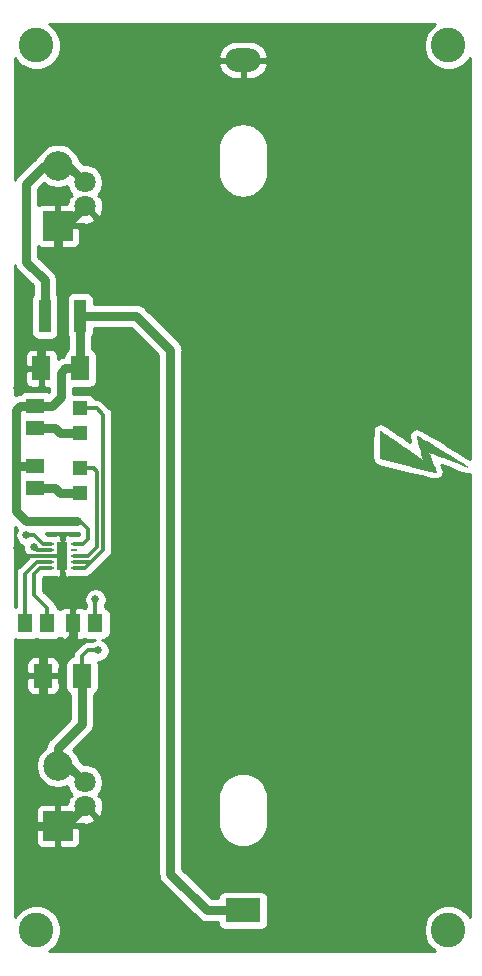
<source format=gbr>
G04 #@! TF.GenerationSoftware,KiCad,Pcbnew,(5.1.0)-1*
G04 #@! TF.CreationDate,2020-11-16T17:57:15+00:00*
G04 #@! TF.ProjectId,SolarCharger2020,536f6c61-7243-4686-9172-676572323032,rev?*
G04 #@! TF.SameCoordinates,PX5d42830PY7b89fa0*
G04 #@! TF.FileFunction,Copper,L1,Top*
G04 #@! TF.FilePolarity,Positive*
%FSLAX46Y46*%
G04 Gerber Fmt 4.6, Leading zero omitted, Abs format (unit mm)*
G04 Created by KiCad (PCBNEW (5.1.0)-1) date 2020-11-16 17:57:15*
%MOMM*%
%LPD*%
G04 APERTURE LIST*
%ADD10C,0.010000*%
%ADD11R,3.000000X2.000000*%
%ADD12O,3.000000X2.000000*%
%ADD13C,1.800000*%
%ADD14C,2.499360*%
%ADD15R,2.499360X2.499360*%
%ADD16R,0.500000X0.250000*%
%ADD17R,0.840000X2.400000*%
%ADD18R,1.198880X1.198880*%
%ADD19R,1.300000X1.500000*%
%ADD20R,1.500000X1.300000*%
%ADD21R,1.000000X2.800000*%
%ADD22R,1.524000X2.032000*%
%ADD23C,2.934700*%
%ADD24C,0.635000*%
%ADD25C,0.762000*%
%ADD26C,0.300000*%
%ADD27C,0.254000*%
G04 APERTURE END LIST*
D10*
G36*
X53128334Y38152842D02*
G01*
X53560958Y38045217D01*
X53968114Y37944980D01*
X54342571Y37853841D01*
X54677102Y37773508D01*
X54964475Y37705691D01*
X55197463Y37652097D01*
X55368836Y37614437D01*
X55471364Y37594419D01*
X55499000Y37592431D01*
X55483545Y37639591D01*
X55440366Y37752879D01*
X55374239Y37920241D01*
X55289943Y38129628D01*
X55192256Y38368985D01*
X55161982Y38442580D01*
X55062185Y38686879D01*
X54975421Y38903370D01*
X54906236Y39080364D01*
X54859175Y39206174D01*
X54838785Y39269115D01*
X54838575Y39274019D01*
X54880272Y39262135D01*
X54995681Y39221596D01*
X55179581Y39154373D01*
X55426749Y39062436D01*
X55731966Y38947756D01*
X56090009Y38812304D01*
X56495657Y38658050D01*
X56943688Y38486966D01*
X57428880Y38301021D01*
X57946013Y38102187D01*
X58070750Y38054135D01*
X58143043Y38032214D01*
X58166000Y38034362D01*
X58131539Y38060377D01*
X58035053Y38123787D01*
X57886884Y38218040D01*
X57697376Y38336586D01*
X57476872Y38472875D01*
X57372250Y38537049D01*
X56759778Y38911615D01*
X56216104Y39243548D01*
X55738026Y39534760D01*
X55322341Y39787165D01*
X54965847Y40002675D01*
X54665341Y40183203D01*
X54417621Y40330661D01*
X54219485Y40446963D01*
X54067729Y40534021D01*
X53959152Y40593749D01*
X53890551Y40628058D01*
X53858723Y40638861D01*
X53855674Y40637433D01*
X53862854Y40588265D01*
X53890185Y40469164D01*
X53934721Y40291650D01*
X53993516Y40067247D01*
X54063626Y39807475D01*
X54121237Y39598612D01*
X54197720Y39321788D01*
X54265268Y39073478D01*
X54320938Y38864819D01*
X54361786Y38706948D01*
X54384869Y38611002D01*
X54388729Y38586357D01*
X54352803Y38607944D01*
X54253959Y38673479D01*
X54098732Y38778482D01*
X53893656Y38918477D01*
X53645263Y39088986D01*
X53360088Y39285530D01*
X53044665Y39503632D01*
X52705527Y39738814D01*
X52588526Y39820101D01*
X52242538Y40060311D01*
X51917786Y40285242D01*
X51620852Y40490372D01*
X51358319Y40671181D01*
X51136767Y40823147D01*
X50962780Y40941747D01*
X50842938Y41022462D01*
X50783824Y41060769D01*
X50778776Y41063333D01*
X50773251Y41022806D01*
X50768266Y40908444D01*
X50764018Y40731081D01*
X50760705Y40501549D01*
X50758524Y40230680D01*
X50757672Y39929306D01*
X50757667Y39904453D01*
X50757667Y38745573D01*
X53128334Y38152842D01*
X53128334Y38152842D01*
G37*
X53128334Y38152842D02*
X53560958Y38045217D01*
X53968114Y37944980D01*
X54342571Y37853841D01*
X54677102Y37773508D01*
X54964475Y37705691D01*
X55197463Y37652097D01*
X55368836Y37614437D01*
X55471364Y37594419D01*
X55499000Y37592431D01*
X55483545Y37639591D01*
X55440366Y37752879D01*
X55374239Y37920241D01*
X55289943Y38129628D01*
X55192256Y38368985D01*
X55161982Y38442580D01*
X55062185Y38686879D01*
X54975421Y38903370D01*
X54906236Y39080364D01*
X54859175Y39206174D01*
X54838785Y39269115D01*
X54838575Y39274019D01*
X54880272Y39262135D01*
X54995681Y39221596D01*
X55179581Y39154373D01*
X55426749Y39062436D01*
X55731966Y38947756D01*
X56090009Y38812304D01*
X56495657Y38658050D01*
X56943688Y38486966D01*
X57428880Y38301021D01*
X57946013Y38102187D01*
X58070750Y38054135D01*
X58143043Y38032214D01*
X58166000Y38034362D01*
X58131539Y38060377D01*
X58035053Y38123787D01*
X57886884Y38218040D01*
X57697376Y38336586D01*
X57476872Y38472875D01*
X57372250Y38537049D01*
X56759778Y38911615D01*
X56216104Y39243548D01*
X55738026Y39534760D01*
X55322341Y39787165D01*
X54965847Y40002675D01*
X54665341Y40183203D01*
X54417621Y40330661D01*
X54219485Y40446963D01*
X54067729Y40534021D01*
X53959152Y40593749D01*
X53890551Y40628058D01*
X53858723Y40638861D01*
X53855674Y40637433D01*
X53862854Y40588265D01*
X53890185Y40469164D01*
X53934721Y40291650D01*
X53993516Y40067247D01*
X54063626Y39807475D01*
X54121237Y39598612D01*
X54197720Y39321788D01*
X54265268Y39073478D01*
X54320938Y38864819D01*
X54361786Y38706948D01*
X54384869Y38611002D01*
X54388729Y38586357D01*
X54352803Y38607944D01*
X54253959Y38673479D01*
X54098732Y38778482D01*
X53893656Y38918477D01*
X53645263Y39088986D01*
X53360088Y39285530D01*
X53044665Y39503632D01*
X52705527Y39738814D01*
X52588526Y39820101D01*
X52242538Y40060311D01*
X51917786Y40285242D01*
X51620852Y40490372D01*
X51358319Y40671181D01*
X51136767Y40823147D01*
X50962780Y40941747D01*
X50842938Y41022462D01*
X50783824Y41060769D01*
X50778776Y41063333D01*
X50773251Y41022806D01*
X50768266Y40908444D01*
X50764018Y40731081D01*
X50760705Y40501549D01*
X50758524Y40230680D01*
X50757672Y39929306D01*
X50757667Y39904453D01*
X50757667Y38745573D01*
X53128334Y38152842D01*
D11*
X39165000Y460000D03*
D12*
X39165000Y72460000D03*
D13*
X25781000Y62103000D03*
X25781000Y60071000D03*
D14*
X23495000Y63500000D03*
D15*
X23495000Y58420000D03*
D13*
X25781000Y11303000D03*
X25781000Y9271000D03*
D14*
X23495000Y12700000D03*
D15*
X23495000Y7620000D03*
D16*
X24826000Y31480000D03*
X24826000Y30980000D03*
X24826000Y29480000D03*
X24826000Y29980000D03*
X24826000Y30480000D03*
X22926000Y29480000D03*
X22926000Y29980000D03*
X22926000Y31480000D03*
X22926000Y30980000D03*
D17*
X23876000Y30480000D03*
D16*
X22926000Y30480000D03*
D18*
X25400000Y35780980D03*
X25400000Y37879020D03*
X25400000Y42959020D03*
X25400000Y40860980D03*
D19*
X24765000Y24765000D03*
X26665000Y24765000D03*
X22601000Y24765000D03*
X20701000Y24765000D03*
D20*
X21590000Y36195000D03*
X21590000Y38095000D03*
X21590000Y43175000D03*
X21590000Y41275000D03*
D21*
X22376000Y50800000D03*
X25376000Y50800000D03*
D22*
X25527000Y20320000D03*
X22225000Y20320000D03*
X22098000Y46355000D03*
X25400000Y46355000D03*
D23*
X21656293Y73695520D03*
X56549919Y73695520D03*
X56549919Y-1198105D03*
X21656293Y-1198105D03*
D24*
X20066000Y31115000D03*
X20066000Y44704000D03*
X26924000Y22479000D03*
X20828000Y32258000D03*
X21463000Y31242000D03*
X26670000Y26797000D03*
D25*
X25400000Y50776000D02*
X25376000Y50800000D01*
X25400000Y46355000D02*
X25400000Y50776000D01*
X21590000Y43180000D02*
X22987000Y43180000D01*
X22987000Y43180000D02*
X23749000Y43942000D01*
X23749000Y43942000D02*
X23749000Y45974000D01*
X24130000Y46355000D02*
X25400000Y46355000D01*
X23749000Y45974000D02*
X24130000Y46355000D01*
X39165000Y460000D02*
X36116000Y460000D01*
X36116000Y460000D02*
X33020000Y3556000D01*
X33020000Y3556000D02*
X33020000Y47879000D01*
X30099000Y50800000D02*
X25376000Y50800000D01*
X33020000Y47879000D02*
X30099000Y50800000D01*
D26*
X24826000Y31480000D02*
X25638000Y31480000D01*
X25638000Y31480000D02*
X26035000Y31877000D01*
X26035000Y31877000D02*
X26035000Y32766000D01*
X26035000Y32766000D02*
X25400000Y33401000D01*
D25*
X21590000Y43175000D02*
X20315000Y43175000D01*
X19939000Y42799000D02*
X19939000Y34544000D01*
X20315000Y43175000D02*
X19939000Y42799000D01*
X19939000Y34290000D02*
X20828000Y33401000D01*
X19939000Y34544000D02*
X19939000Y34290000D01*
X19944000Y38095000D02*
X19939000Y38100000D01*
X21590000Y38095000D02*
X19944000Y38095000D01*
D26*
X19939000Y34544000D02*
X19939000Y38100000D01*
X19939000Y38100000D02*
X19939000Y38227000D01*
D25*
X20828000Y33401000D02*
X25146000Y33401000D01*
D26*
X25400000Y33401000D02*
X25146000Y33401000D01*
D25*
X24130000Y58420000D02*
X25781000Y60071000D01*
X23495000Y58420000D02*
X24130000Y58420000D01*
X24130000Y7620000D02*
X25781000Y9271000D01*
X23495000Y7620000D02*
X24130000Y7620000D01*
X22225000Y20320000D02*
X22225000Y16383000D01*
X22225000Y16383000D02*
X20701000Y14859000D01*
X20701000Y14859000D02*
X20701000Y8255000D01*
X21336000Y7620000D02*
X23495000Y7620000D01*
X20701000Y8255000D02*
X21336000Y7620000D01*
X22225000Y20320000D02*
X22225000Y21971000D01*
X22225000Y21971000D02*
X23114000Y22860000D01*
X23114000Y22860000D02*
X24003000Y22860000D01*
X24765000Y23622000D02*
X24765000Y24765000D01*
X24003000Y22860000D02*
X24765000Y23622000D01*
X22098000Y46355000D02*
X22098000Y48006000D01*
X22098000Y48006000D02*
X22606000Y48514000D01*
X22606000Y48514000D02*
X23368000Y48514000D01*
X23368000Y48514000D02*
X23876000Y49022000D01*
X23876000Y49022000D02*
X23876000Y55499000D01*
X23495000Y55880000D02*
X23495000Y58420000D01*
X23876000Y55499000D02*
X23495000Y55880000D01*
D26*
X22926000Y30480000D02*
X23876000Y30480000D01*
X23876000Y30480000D02*
X23876000Y28448000D01*
X24765000Y27559000D02*
X24765000Y23622000D01*
X23876000Y28448000D02*
X24765000Y27559000D01*
X22926000Y30480000D02*
X20701000Y30480000D01*
X20701000Y30480000D02*
X20066000Y31115000D01*
X20066000Y44704000D02*
X20066000Y45847000D01*
X20574000Y46355000D02*
X22098000Y46355000D01*
X20066000Y45847000D02*
X20574000Y46355000D01*
D25*
X24384000Y12700000D02*
X25781000Y11303000D01*
X23495000Y12700000D02*
X24384000Y12700000D01*
X23495000Y12700000D02*
X23495000Y14224000D01*
X25527000Y16256000D02*
X25527000Y20320000D01*
X23495000Y14224000D02*
X25527000Y16256000D01*
D26*
X25527000Y20320000D02*
X25527000Y21971000D01*
X25527000Y21971000D02*
X26035000Y22479000D01*
X26035000Y22479000D02*
X26924000Y22479000D01*
X20828000Y32258000D02*
X21082000Y32258000D01*
X22926000Y31480000D02*
X22241000Y31480000D01*
X21463000Y32258000D02*
X20828000Y32258000D01*
X22241000Y31480000D02*
X21463000Y32258000D01*
X24826000Y30480000D02*
X26035000Y30480000D01*
X26035000Y30480000D02*
X26797000Y31242000D01*
X26797000Y31242000D02*
X26797000Y37592000D01*
X26509980Y37879020D02*
X25400000Y37879020D01*
X26797000Y37592000D02*
X26509980Y37879020D01*
X24826000Y29980000D02*
X26297000Y29980000D01*
X26297000Y29980000D02*
X27305000Y30988000D01*
X27305000Y30988000D02*
X27305000Y42418000D01*
X26763980Y42959020D02*
X25400000Y42959020D01*
X27305000Y42418000D02*
X26763980Y42959020D01*
X25797000Y29480000D02*
X26297000Y29980000D01*
X24826000Y29480000D02*
X25797000Y29480000D01*
D25*
X21590000Y41275000D02*
X23241000Y41275000D01*
X23655020Y40860980D02*
X25400000Y40860980D01*
X23241000Y41275000D02*
X23655020Y40860980D01*
D26*
X22926000Y30980000D02*
X21725000Y30980000D01*
X21725000Y30980000D02*
X21463000Y31242000D01*
X26670000Y24770000D02*
X26665000Y24765000D01*
X26670000Y26797000D02*
X26670000Y24770000D01*
X22601000Y24765000D02*
X22601000Y26040000D01*
X22601000Y26040000D02*
X21463000Y27178000D01*
X21463000Y27178000D02*
X21463000Y28956000D01*
X21987000Y29480000D02*
X22926000Y29480000D01*
X21463000Y28956000D02*
X21987000Y29480000D01*
X22926000Y29980000D02*
X21725000Y29980000D01*
X20701000Y28956000D02*
X20701000Y24765000D01*
X21725000Y29980000D02*
X20701000Y28956000D01*
D25*
X21590000Y36195000D02*
X23241000Y36195000D01*
X23655020Y35780980D02*
X25400000Y35780980D01*
X23241000Y36195000D02*
X23655020Y35780980D01*
X24384000Y63500000D02*
X25781000Y62103000D01*
X23495000Y63500000D02*
X24384000Y63500000D01*
X22376000Y50800000D02*
X22376000Y53824000D01*
X22376000Y53824000D02*
X20828000Y55372000D01*
X20828000Y55372000D02*
X20828000Y61976000D01*
X22352000Y63500000D02*
X23495000Y63500000D01*
X20828000Y61976000D02*
X22352000Y63500000D01*
D27*
G36*
X55209749Y75328522D02*
G01*
X54916917Y75035690D01*
X54686841Y74691356D01*
X54528361Y74308753D01*
X54447569Y73902583D01*
X54447569Y73488457D01*
X54528361Y73082287D01*
X54686841Y72699684D01*
X54916917Y72355350D01*
X55209749Y72062518D01*
X55554083Y71832442D01*
X55936686Y71673962D01*
X56342856Y71593170D01*
X56756982Y71593170D01*
X57163152Y71673962D01*
X57545755Y71832442D01*
X57890089Y72062518D01*
X58182921Y72355350D01*
X58347500Y72601661D01*
X58347500Y38683547D01*
X58230390Y38758043D01*
X58230256Y38758111D01*
X58226297Y38760626D01*
X58036788Y38879172D01*
X58036659Y38879236D01*
X58033862Y38880992D01*
X57813358Y39017280D01*
X57813262Y39017327D01*
X57811505Y39018422D01*
X57706882Y39082596D01*
X57706832Y39082620D01*
X57706158Y39083039D01*
X57093686Y39457605D01*
X57093664Y39457616D01*
X57093278Y39457855D01*
X56549604Y39789788D01*
X56549566Y39789806D01*
X56549043Y39790130D01*
X56070966Y40081341D01*
X56070922Y40081362D01*
X56070196Y40081810D01*
X55654511Y40334215D01*
X55654442Y40334248D01*
X55653439Y40334864D01*
X55296945Y40550374D01*
X55296862Y40550414D01*
X55295426Y40551290D01*
X54994919Y40731818D01*
X54994804Y40731873D01*
X54992700Y40733145D01*
X54744980Y40880603D01*
X54744838Y40880670D01*
X54741599Y40882601D01*
X54543463Y40998903D01*
X54543346Y40998957D01*
X54537952Y41002102D01*
X54386196Y41089160D01*
X54385039Y41089681D01*
X54383999Y41090415D01*
X54376199Y41094776D01*
X54267622Y41154504D01*
X54260186Y41157693D01*
X54253390Y41162102D01*
X54245425Y41166154D01*
X54176824Y41200463D01*
X54140200Y41214500D01*
X54104694Y41231169D01*
X54096252Y41234100D01*
X54064425Y41244903D01*
X54021998Y41254814D01*
X54015829Y41257070D01*
X54007593Y41258359D01*
X53962193Y41270442D01*
X53952370Y41271078D01*
X53942793Y41273315D01*
X53903440Y41274654D01*
X53892424Y41276377D01*
X53878921Y41275833D01*
X53837548Y41278511D01*
X53827788Y41277227D01*
X53817959Y41277561D01*
X53783811Y41271999D01*
X53767619Y41271346D01*
X53748868Y41266842D01*
X53713709Y41262215D01*
X53704393Y41259063D01*
X53694677Y41257480D01*
X53667127Y41247206D01*
X53646168Y41242171D01*
X53623074Y41231545D01*
X53595394Y41222178D01*
X53587275Y41218444D01*
X53584226Y41217016D01*
X53580934Y41215061D01*
X53577645Y41213835D01*
X53557216Y41201242D01*
X53532698Y41189960D01*
X53505598Y41170337D01*
X53476821Y41153253D01*
X53455130Y41133794D01*
X53431529Y41116704D01*
X53408751Y41092185D01*
X53383847Y41069843D01*
X53366354Y41046548D01*
X53346515Y41025193D01*
X53328933Y40996717D01*
X53308843Y40969963D01*
X53296205Y40943708D01*
X53280896Y40918912D01*
X53269179Y40887562D01*
X53254669Y40857416D01*
X53247374Y40829215D01*
X53237169Y40801910D01*
X53231765Y40768878D01*
X53223387Y40736491D01*
X53221707Y40707399D01*
X53217003Y40678642D01*
X53218117Y40645203D01*
X53216188Y40611793D01*
X53220191Y40582931D01*
X53221161Y40553806D01*
X53222391Y40544955D01*
X53229571Y40495787D01*
X53234702Y40475065D01*
X53237129Y40453844D01*
X53239068Y40445120D01*
X53266399Y40326019D01*
X53267038Y40324111D01*
X53267309Y40322105D01*
X53269424Y40313423D01*
X53313960Y40135908D01*
X53313999Y40135798D01*
X53315618Y40129441D01*
X53326785Y40086821D01*
X53070234Y40264731D01*
X53070233Y40264732D01*
X52953689Y40345701D01*
X52953679Y40345707D01*
X52953518Y40345820D01*
X52607530Y40586030D01*
X52607494Y40586050D01*
X52606945Y40586436D01*
X52282193Y40811367D01*
X52282153Y40811389D01*
X52281553Y40811810D01*
X51984619Y41016940D01*
X51984567Y41016969D01*
X51983863Y41017461D01*
X51721330Y41198270D01*
X51721268Y41198304D01*
X51720329Y41198958D01*
X51498777Y41350924D01*
X51498691Y41350971D01*
X51497246Y41351971D01*
X51323259Y41470571D01*
X51323129Y41470642D01*
X51320300Y41472576D01*
X51200458Y41553291D01*
X51199391Y41553867D01*
X51198448Y41554640D01*
X51190983Y41559551D01*
X51131868Y41597859D01*
X51114758Y41606707D01*
X51104209Y41614417D01*
X51093743Y41619289D01*
X51081591Y41627280D01*
X51073652Y41631382D01*
X51068604Y41633946D01*
X51041980Y41644341D01*
X51020918Y41655232D01*
X51009327Y41658587D01*
X50990972Y41667132D01*
X50971202Y41671975D01*
X50952252Y41679373D01*
X50913779Y41686245D01*
X50900938Y41689962D01*
X50896032Y41690386D01*
X50869652Y41696848D01*
X50849321Y41697758D01*
X50829291Y41701336D01*
X50787070Y41700546D01*
X50744871Y41702435D01*
X50724750Y41699379D01*
X50704407Y41698998D01*
X50663146Y41690022D01*
X50621381Y41683678D01*
X50602233Y41676770D01*
X50582356Y41672446D01*
X50543622Y41655626D01*
X50503887Y41641291D01*
X50486450Y41630799D01*
X50467786Y41622694D01*
X50433063Y41598675D01*
X50396862Y41576892D01*
X50381788Y41563206D01*
X50365062Y41551636D01*
X50335669Y41521333D01*
X50304385Y41492930D01*
X50292259Y41476580D01*
X50278096Y41461979D01*
X50255144Y41426538D01*
X50229977Y41392605D01*
X50221260Y41374216D01*
X50210200Y41357138D01*
X50194561Y41317894D01*
X50176474Y41279738D01*
X50171496Y41260014D01*
X50163961Y41241105D01*
X50156245Y41199580D01*
X50145910Y41158630D01*
X50144642Y41149784D01*
X50139117Y41109257D01*
X50138174Y41084293D01*
X50134309Y41059602D01*
X50133858Y41050677D01*
X50128873Y40936315D01*
X50128971Y40934504D01*
X50128725Y40932700D01*
X50128449Y40923768D01*
X50124201Y40746405D01*
X50124212Y40746257D01*
X50124085Y40740318D01*
X50120772Y40510786D01*
X50120785Y40510631D01*
X50120726Y40506702D01*
X50118545Y40235833D01*
X50118558Y40235687D01*
X50118527Y40232489D01*
X50117675Y39931115D01*
X50117683Y39931027D01*
X50117672Y39929435D01*
X50117667Y39904582D01*
X50117668Y39904573D01*
X50117667Y39904453D01*
X50117667Y38745573D01*
X50122004Y38701338D01*
X50123837Y38656920D01*
X50128087Y38639301D01*
X50129856Y38621263D01*
X50142704Y38578708D01*
X50153128Y38535497D01*
X50160719Y38519039D01*
X50165958Y38501688D01*
X50186825Y38462443D01*
X50205445Y38422074D01*
X50216089Y38407403D01*
X50224597Y38391402D01*
X50252688Y38356960D01*
X50278796Y38320975D01*
X50292090Y38308648D01*
X50303542Y38294607D01*
X50337782Y38266281D01*
X50370388Y38236048D01*
X50385823Y38226539D01*
X50399784Y38214989D01*
X50438887Y38193846D01*
X50476732Y38170530D01*
X50493713Y38164202D01*
X50509657Y38155581D01*
X50552111Y38142439D01*
X50593774Y38126913D01*
X50602428Y38124686D01*
X52973095Y37531955D01*
X52973141Y37531948D01*
X52973829Y37531772D01*
X53406453Y37424147D01*
X53406535Y37424135D01*
X53407966Y37423772D01*
X53815122Y37323535D01*
X53815220Y37323521D01*
X53816763Y37323134D01*
X54191220Y37231995D01*
X54191317Y37231981D01*
X54193132Y37231532D01*
X54527663Y37151199D01*
X54527790Y37151181D01*
X54530106Y37150618D01*
X54817480Y37082801D01*
X54817626Y37082781D01*
X54821003Y37081980D01*
X55053992Y37028386D01*
X55054120Y37028369D01*
X55060098Y37027012D01*
X55231471Y36989352D01*
X55234515Y36988989D01*
X55237437Y36988071D01*
X55246195Y36986297D01*
X55348723Y36966279D01*
X55382838Y36963026D01*
X55416536Y36956771D01*
X55425444Y36956068D01*
X55453080Y36954081D01*
X55471604Y36954561D01*
X55473065Y36954422D01*
X55475435Y36954661D01*
X55512505Y36955622D01*
X55571946Y36956602D01*
X55574913Y36957240D01*
X55577944Y36957319D01*
X55635934Y36970372D01*
X55694057Y36982880D01*
X55696842Y36984082D01*
X55699801Y36984748D01*
X55754164Y37008822D01*
X55808738Y37032375D01*
X55811236Y37034094D01*
X55814010Y37035323D01*
X55862636Y37069480D01*
X55911621Y37103203D01*
X55913740Y37105378D01*
X55916220Y37107120D01*
X55957257Y37150041D01*
X55998787Y37192665D01*
X56000443Y37195210D01*
X56002538Y37197401D01*
X56034426Y37247427D01*
X56066918Y37297354D01*
X56068051Y37300178D01*
X56069676Y37302728D01*
X56091215Y37357932D01*
X56113416Y37413283D01*
X56113979Y37416273D01*
X56115078Y37419091D01*
X56125502Y37477523D01*
X56136511Y37536036D01*
X56136482Y37539074D01*
X56137014Y37542056D01*
X56135888Y37601498D01*
X56135322Y37660937D01*
X56134706Y37663902D01*
X56134648Y37666939D01*
X56122000Y37725016D01*
X56109899Y37783227D01*
X56108100Y37788849D01*
X56108070Y37788985D01*
X56108017Y37789106D01*
X56107175Y37791738D01*
X56091720Y37838898D01*
X56087391Y37848739D01*
X56084704Y37859156D01*
X56081579Y37867528D01*
X56038400Y37980816D01*
X56038369Y37980879D01*
X56035589Y37988060D01*
X55969462Y38155422D01*
X55969388Y38155566D01*
X55967933Y38159254D01*
X55960917Y38176682D01*
X56267736Y38060009D01*
X56715151Y37889161D01*
X57199169Y37703666D01*
X57199197Y37703655D01*
X57715948Y37504968D01*
X57840685Y37456916D01*
X57859024Y37451841D01*
X57876503Y37444325D01*
X57885036Y37441672D01*
X57957329Y37419752D01*
X58013191Y37408621D01*
X58068878Y37396526D01*
X58074406Y37396424D01*
X58079827Y37395344D01*
X58136744Y37395276D01*
X58193762Y37394226D01*
X58202665Y37394997D01*
X58225622Y37397145D01*
X58238851Y37399704D01*
X58252310Y37400209D01*
X58300065Y37411542D01*
X58347500Y37420716D01*
X58347501Y-104247D01*
X58182921Y142065D01*
X57890089Y434897D01*
X57545755Y664973D01*
X57163152Y823453D01*
X56756982Y904245D01*
X56342856Y904245D01*
X55936686Y823453D01*
X55554083Y664973D01*
X55209749Y434897D01*
X54916917Y142065D01*
X54686841Y-202269D01*
X54528361Y-584872D01*
X54447569Y-991042D01*
X54447569Y-1405168D01*
X54528361Y-1811338D01*
X54686841Y-2193941D01*
X54916917Y-2538275D01*
X55209749Y-2831107D01*
X55456080Y-2995700D01*
X22750132Y-2995700D01*
X22996463Y-2831107D01*
X23289295Y-2538275D01*
X23519371Y-2193941D01*
X23677851Y-1811338D01*
X23758643Y-1405168D01*
X23758643Y-991042D01*
X23677851Y-584872D01*
X23519371Y-202269D01*
X23289295Y142065D01*
X22996463Y434897D01*
X22652129Y664973D01*
X22269526Y823453D01*
X21863356Y904245D01*
X21449230Y904245D01*
X21043060Y823453D01*
X20660457Y664973D01*
X20316123Y434897D01*
X20023291Y142065D01*
X19858700Y-104264D01*
X19858700Y6370320D01*
X21607248Y6370320D01*
X21619508Y6245838D01*
X21655818Y6126140D01*
X21714783Y6015826D01*
X21794135Y5919135D01*
X21890826Y5839783D01*
X22001140Y5780818D01*
X22120838Y5744508D01*
X22245320Y5732248D01*
X23209250Y5735320D01*
X23368000Y5894070D01*
X23368000Y7493000D01*
X23622000Y7493000D01*
X23622000Y5894070D01*
X23780750Y5735320D01*
X24744680Y5732248D01*
X24869162Y5744508D01*
X24988860Y5780818D01*
X25099174Y5839783D01*
X25195865Y5919135D01*
X25275217Y6015826D01*
X25334182Y6126140D01*
X25370492Y6245838D01*
X25382752Y6370320D01*
X25379680Y7334250D01*
X25220930Y7493000D01*
X23622000Y7493000D01*
X23368000Y7493000D01*
X21769070Y7493000D01*
X21610320Y7334250D01*
X21607248Y6370320D01*
X19858700Y6370320D01*
X19858700Y8869680D01*
X21607248Y8869680D01*
X21610320Y7905750D01*
X21769070Y7747000D01*
X23368000Y7747000D01*
X23368000Y9345930D01*
X23209250Y9504680D01*
X22245320Y9507752D01*
X22120838Y9495492D01*
X22001140Y9459182D01*
X21890826Y9400217D01*
X21794135Y9320865D01*
X21714783Y9224174D01*
X21655818Y9113860D01*
X21619508Y8994162D01*
X21607248Y8869680D01*
X19858700Y8869680D01*
X19858700Y12885625D01*
X21610320Y12885625D01*
X21610320Y12514375D01*
X21682747Y12150259D01*
X21824818Y11807269D01*
X22031074Y11498587D01*
X22293587Y11236074D01*
X22602269Y11029818D01*
X22945259Y10887747D01*
X23309375Y10815320D01*
X23680625Y10815320D01*
X24044741Y10887747D01*
X24279208Y10984866D01*
X24304989Y10855257D01*
X24420701Y10575905D01*
X24588688Y10324495D01*
X24621366Y10291817D01*
X24600970Y10271422D01*
X24716918Y10155474D01*
X24462739Y10071792D01*
X24331842Y9799225D01*
X24256635Y9506358D01*
X24256626Y9506197D01*
X23780750Y9504680D01*
X23622000Y9345930D01*
X23622000Y7747000D01*
X25220930Y7747000D01*
X25286987Y7813057D01*
X25545642Y7746635D01*
X25847553Y7730009D01*
X26146907Y7772603D01*
X26432199Y7872778D01*
X26581792Y7952739D01*
X26665475Y8206920D01*
X25781000Y9091395D01*
X25766858Y9077252D01*
X25587253Y9256857D01*
X25601395Y9271000D01*
X25587253Y9285142D01*
X25766858Y9464747D01*
X25781000Y9450605D01*
X25795143Y9464747D01*
X25974748Y9285142D01*
X25960605Y9271000D01*
X26845080Y8386525D01*
X27099261Y8470208D01*
X27230158Y8742775D01*
X27305365Y9035642D01*
X27321991Y9337553D01*
X27279397Y9636907D01*
X27179222Y9922199D01*
X27099261Y10071792D01*
X26845082Y10155474D01*
X26961030Y10271422D01*
X26940635Y10291817D01*
X26973312Y10324495D01*
X27141299Y10575905D01*
X27257011Y10855257D01*
X27316000Y11151816D01*
X27316000Y11454184D01*
X27257011Y11750743D01*
X27141299Y12030095D01*
X26973312Y12281505D01*
X26759505Y12495312D01*
X26508095Y12663299D01*
X26228743Y12779011D01*
X25932184Y12838000D01*
X25682840Y12838000D01*
X25316230Y13204610D01*
X25307253Y13249741D01*
X25165182Y13592731D01*
X24958926Y13901413D01*
X24784090Y14076249D01*
X26210133Y15502292D01*
X26248896Y15534104D01*
X26375860Y15688810D01*
X26470202Y15865313D01*
X26528298Y16056829D01*
X26543000Y16206098D01*
X26543000Y16206099D01*
X26547915Y16256000D01*
X26543000Y16305902D01*
X26543000Y18719747D01*
X26643494Y18773463D01*
X26740185Y18852815D01*
X26819537Y18949506D01*
X26878502Y19059820D01*
X26914812Y19179518D01*
X26927072Y19304000D01*
X26927072Y21336000D01*
X26914812Y21460482D01*
X26894786Y21526500D01*
X27017813Y21526500D01*
X27201834Y21563104D01*
X27375178Y21634905D01*
X27531184Y21739145D01*
X27663855Y21871816D01*
X27768095Y22027822D01*
X27839896Y22201166D01*
X27876500Y22385187D01*
X27876500Y22572813D01*
X27839896Y22756834D01*
X27768095Y22930178D01*
X27663855Y23086184D01*
X27531184Y23218855D01*
X27375178Y23323095D01*
X27245213Y23376928D01*
X27315000Y23376928D01*
X27439482Y23389188D01*
X27559180Y23425498D01*
X27669494Y23484463D01*
X27766185Y23563815D01*
X27845537Y23660506D01*
X27904502Y23770820D01*
X27940812Y23890518D01*
X27953072Y24015000D01*
X27953072Y25515000D01*
X27940812Y25639482D01*
X27904502Y25759180D01*
X27845537Y25869494D01*
X27766185Y25966185D01*
X27669494Y26045537D01*
X27559180Y26104502D01*
X27455000Y26136105D01*
X27455000Y26257380D01*
X27514095Y26345822D01*
X27585896Y26519166D01*
X27622500Y26703187D01*
X27622500Y26890813D01*
X27585896Y27074834D01*
X27514095Y27248178D01*
X27409855Y27404184D01*
X27277184Y27536855D01*
X27121178Y27641095D01*
X26947834Y27712896D01*
X26763813Y27749500D01*
X26576187Y27749500D01*
X26392166Y27712896D01*
X26218822Y27641095D01*
X26062816Y27536855D01*
X25930145Y27404184D01*
X25825905Y27248178D01*
X25754104Y27074834D01*
X25717500Y26890813D01*
X25717500Y26703187D01*
X25754104Y26519166D01*
X25825905Y26345822D01*
X25885000Y26257380D01*
X25885000Y26139138D01*
X25770820Y26104502D01*
X25715000Y26074665D01*
X25659180Y26104502D01*
X25539482Y26140812D01*
X25415000Y26153072D01*
X25050750Y26150000D01*
X24892000Y25991250D01*
X24892000Y24892000D01*
X24912000Y24892000D01*
X24912000Y24638000D01*
X24892000Y24638000D01*
X24892000Y23538750D01*
X25050750Y23380000D01*
X25415000Y23376928D01*
X25539482Y23389188D01*
X25659180Y23425498D01*
X25715000Y23455335D01*
X25770820Y23425498D01*
X25890518Y23389188D01*
X26015000Y23376928D01*
X26602787Y23376928D01*
X26472822Y23323095D01*
X26384380Y23264000D01*
X26073552Y23264000D01*
X26034999Y23267797D01*
X25996446Y23264000D01*
X25996439Y23264000D01*
X25895490Y23254057D01*
X25881112Y23252641D01*
X25846672Y23242194D01*
X25733140Y23207754D01*
X25596767Y23134862D01*
X25477236Y23036764D01*
X25452653Y23006810D01*
X24999185Y22553342D01*
X24969237Y22528764D01*
X24944659Y22498816D01*
X24944655Y22498812D01*
X24928396Y22479000D01*
X24871139Y22409233D01*
X24832177Y22336340D01*
X24798246Y22272859D01*
X24753359Y22124886D01*
X24738246Y21971437D01*
X24640518Y21961812D01*
X24520820Y21925502D01*
X24410506Y21866537D01*
X24313815Y21787185D01*
X24234463Y21690494D01*
X24175498Y21580180D01*
X24139188Y21460482D01*
X24126928Y21336000D01*
X24126928Y19304000D01*
X24139188Y19179518D01*
X24175498Y19059820D01*
X24234463Y18949506D01*
X24313815Y18852815D01*
X24410506Y18773463D01*
X24511001Y18719747D01*
X24511000Y16676841D01*
X22811868Y14977708D01*
X22773105Y14945896D01*
X22646141Y14791190D01*
X22551799Y14614687D01*
X22493702Y14423170D01*
X22480467Y14288796D01*
X22293587Y14163926D01*
X22031074Y13901413D01*
X21824818Y13592731D01*
X21682747Y13249741D01*
X21610320Y12885625D01*
X19858700Y12885625D01*
X19858700Y19304000D01*
X20824928Y19304000D01*
X20837188Y19179518D01*
X20873498Y19059820D01*
X20932463Y18949506D01*
X21011815Y18852815D01*
X21108506Y18773463D01*
X21218820Y18714498D01*
X21338518Y18678188D01*
X21463000Y18665928D01*
X21939250Y18669000D01*
X22098000Y18827750D01*
X22098000Y20193000D01*
X22352000Y20193000D01*
X22352000Y18827750D01*
X22510750Y18669000D01*
X22987000Y18665928D01*
X23111482Y18678188D01*
X23231180Y18714498D01*
X23341494Y18773463D01*
X23438185Y18852815D01*
X23517537Y18949506D01*
X23576502Y19059820D01*
X23612812Y19179518D01*
X23625072Y19304000D01*
X23622000Y20034250D01*
X23463250Y20193000D01*
X22352000Y20193000D01*
X22098000Y20193000D01*
X20986750Y20193000D01*
X20828000Y20034250D01*
X20824928Y19304000D01*
X19858700Y19304000D01*
X19858700Y21336000D01*
X20824928Y21336000D01*
X20828000Y20605750D01*
X20986750Y20447000D01*
X22098000Y20447000D01*
X22098000Y21812250D01*
X22352000Y21812250D01*
X22352000Y20447000D01*
X23463250Y20447000D01*
X23622000Y20605750D01*
X23625072Y21336000D01*
X23612812Y21460482D01*
X23576502Y21580180D01*
X23517537Y21690494D01*
X23438185Y21787185D01*
X23341494Y21866537D01*
X23231180Y21925502D01*
X23111482Y21961812D01*
X22987000Y21974072D01*
X22510750Y21971000D01*
X22352000Y21812250D01*
X22098000Y21812250D01*
X21939250Y21971000D01*
X21463000Y21974072D01*
X21338518Y21961812D01*
X21218820Y21925502D01*
X21108506Y21866537D01*
X21011815Y21787185D01*
X20932463Y21690494D01*
X20873498Y21580180D01*
X20837188Y21460482D01*
X20824928Y21336000D01*
X19858700Y21336000D01*
X19858700Y23409760D01*
X19926518Y23389188D01*
X20051000Y23376928D01*
X21351000Y23376928D01*
X21475482Y23389188D01*
X21595180Y23425498D01*
X21651000Y23455335D01*
X21706820Y23425498D01*
X21826518Y23389188D01*
X21951000Y23376928D01*
X23251000Y23376928D01*
X23375482Y23389188D01*
X23495180Y23425498D01*
X23605494Y23484463D01*
X23683000Y23548070D01*
X23760506Y23484463D01*
X23870820Y23425498D01*
X23990518Y23389188D01*
X24115000Y23376928D01*
X24479250Y23380000D01*
X24638000Y23538750D01*
X24638000Y24638000D01*
X24618000Y24638000D01*
X24618000Y24892000D01*
X24638000Y24892000D01*
X24638000Y25991250D01*
X24479250Y26150000D01*
X24115000Y26153072D01*
X23990518Y26140812D01*
X23870820Y26104502D01*
X23760506Y26045537D01*
X23683000Y25981930D01*
X23605494Y26045537D01*
X23495180Y26104502D01*
X23380004Y26139440D01*
X23374641Y26193887D01*
X23329754Y26341860D01*
X23256862Y26478233D01*
X23158764Y26597764D01*
X23128815Y26622342D01*
X22248000Y27503157D01*
X22248000Y28630843D01*
X22312157Y28695000D01*
X22964561Y28695000D01*
X23079887Y28706359D01*
X23114728Y28716928D01*
X23162374Y28716928D01*
X23211820Y28690498D01*
X23331518Y28654188D01*
X23456000Y28641928D01*
X23590250Y28645000D01*
X23749000Y28803750D01*
X23749000Y29079947D01*
X23765502Y29110820D01*
X23801812Y29230518D01*
X23814072Y29355000D01*
X23814072Y29605000D01*
X23801812Y29729482D01*
X23801655Y29730000D01*
X23801812Y29730518D01*
X23814072Y29855000D01*
X23814072Y30105000D01*
X23801812Y30229482D01*
X23800475Y30233889D01*
X23811000Y30321250D01*
X23745328Y30386922D01*
X23729000Y30417469D01*
X23729000Y30542531D01*
X23745328Y30573078D01*
X23811000Y30638750D01*
X23800475Y30726111D01*
X23801812Y30730518D01*
X23814072Y30855000D01*
X23814072Y31105000D01*
X23801812Y31229482D01*
X23801655Y31230000D01*
X23801812Y31230518D01*
X23814072Y31355000D01*
X23814072Y31605000D01*
X23801812Y31729482D01*
X23765502Y31849180D01*
X23749000Y31880053D01*
X23749000Y32156250D01*
X23590250Y32315000D01*
X23456000Y32318072D01*
X23331518Y32305812D01*
X23211820Y32269502D01*
X23162374Y32243072D01*
X23114728Y32243072D01*
X23079887Y32253641D01*
X22964561Y32265000D01*
X22566158Y32265000D01*
X22446158Y32385000D01*
X25195902Y32385000D01*
X25250000Y32390328D01*
X25250000Y32265000D01*
X24787439Y32265000D01*
X24672113Y32253641D01*
X24637272Y32243072D01*
X24589626Y32243072D01*
X24540180Y32269502D01*
X24420482Y32305812D01*
X24296000Y32318072D01*
X24161750Y32315000D01*
X24003000Y32156250D01*
X24003000Y31880053D01*
X23986498Y31849180D01*
X23950188Y31729482D01*
X23937928Y31605000D01*
X23937928Y31355000D01*
X23950188Y31230518D01*
X23950345Y31230000D01*
X23950188Y31229482D01*
X23937928Y31105000D01*
X23937928Y30855000D01*
X23950188Y30730518D01*
X23950345Y30730000D01*
X23950188Y30729482D01*
X23937928Y30605000D01*
X23937928Y30355000D01*
X23950188Y30230518D01*
X23950345Y30230000D01*
X23950188Y30229482D01*
X23937928Y30105000D01*
X23937928Y29855000D01*
X23950188Y29730518D01*
X23950345Y29730000D01*
X23950188Y29729482D01*
X23937928Y29605000D01*
X23937928Y29355000D01*
X23950188Y29230518D01*
X23986498Y29110820D01*
X24003000Y29079947D01*
X24003000Y28803750D01*
X24161750Y28645000D01*
X24296000Y28641928D01*
X24420482Y28654188D01*
X24540180Y28690498D01*
X24589626Y28716928D01*
X24637272Y28716928D01*
X24672113Y28706359D01*
X24787439Y28695000D01*
X25758447Y28695000D01*
X25797000Y28691203D01*
X25835553Y28695000D01*
X25835561Y28695000D01*
X25950887Y28706359D01*
X26098860Y28751246D01*
X26235233Y28824138D01*
X26354764Y28922236D01*
X26379347Y28952190D01*
X26824805Y29397649D01*
X26854764Y29422236D01*
X26879347Y29452190D01*
X27832817Y30405659D01*
X27862764Y30430236D01*
X27894052Y30468359D01*
X27926430Y30507812D01*
X27960862Y30549767D01*
X28033754Y30686140D01*
X28075615Y30824138D01*
X28078641Y30834112D01*
X28081840Y30866593D01*
X28090000Y30949439D01*
X28090000Y30949446D01*
X28093797Y30987999D01*
X28090000Y31026552D01*
X28090000Y42379444D01*
X28093797Y42418000D01*
X28090000Y42456556D01*
X28090000Y42456561D01*
X28080717Y42550812D01*
X28078642Y42571887D01*
X28033754Y42719860D01*
X27960862Y42856233D01*
X27862764Y42975764D01*
X27832810Y43000347D01*
X27346327Y43486830D01*
X27321744Y43516784D01*
X27202213Y43614882D01*
X27065840Y43687774D01*
X26917867Y43732661D01*
X26802541Y43744020D01*
X26802533Y43744020D01*
X26763980Y43747817D01*
X26725427Y43744020D01*
X26606724Y43744020D01*
X26588942Y43802640D01*
X26529977Y43912954D01*
X26450625Y44009645D01*
X26353934Y44088997D01*
X26243620Y44147962D01*
X26123922Y44184272D01*
X25999440Y44196532D01*
X24800560Y44196532D01*
X24765000Y44193030D01*
X24765000Y44700928D01*
X26162000Y44700928D01*
X26286482Y44713188D01*
X26406180Y44749498D01*
X26516494Y44808463D01*
X26613185Y44887815D01*
X26692537Y44984506D01*
X26751502Y45094820D01*
X26787812Y45214518D01*
X26800072Y45339000D01*
X26800072Y47371000D01*
X26787812Y47495482D01*
X26751502Y47615180D01*
X26692537Y47725494D01*
X26613185Y47822185D01*
X26516494Y47901537D01*
X26416000Y47955253D01*
X26416000Y49063210D01*
X26465502Y49155820D01*
X26501812Y49275518D01*
X26514072Y49400000D01*
X26514072Y49784000D01*
X29678160Y49784000D01*
X32004001Y47458158D01*
X32004000Y3605902D01*
X31999085Y3556000D01*
X32004000Y3506099D01*
X32018702Y3356830D01*
X32076798Y3165314D01*
X32171140Y2988810D01*
X32298104Y2834104D01*
X32336872Y2802288D01*
X35362292Y-223133D01*
X35394104Y-261896D01*
X35548810Y-388860D01*
X35725313Y-483202D01*
X35916829Y-541298D01*
X36066098Y-556000D01*
X36066105Y-556000D01*
X36115999Y-560914D01*
X36165893Y-556000D01*
X37028504Y-556000D01*
X37039188Y-664482D01*
X37075498Y-784180D01*
X37134463Y-894494D01*
X37213815Y-991185D01*
X37310506Y-1070537D01*
X37420820Y-1129502D01*
X37540518Y-1165812D01*
X37665000Y-1178072D01*
X40665000Y-1178072D01*
X40789482Y-1165812D01*
X40909180Y-1129502D01*
X41019494Y-1070537D01*
X41116185Y-991185D01*
X41195537Y-894494D01*
X41254502Y-784180D01*
X41290812Y-664482D01*
X41303072Y-540000D01*
X41303072Y1460000D01*
X41290812Y1584482D01*
X41254502Y1704180D01*
X41195537Y1814494D01*
X41116185Y1911185D01*
X41019494Y1990537D01*
X40909180Y2049502D01*
X40789482Y2085812D01*
X40665000Y2098072D01*
X37665000Y2098072D01*
X37540518Y2085812D01*
X37420820Y2049502D01*
X37310506Y1990537D01*
X37213815Y1911185D01*
X37134463Y1814494D01*
X37075498Y1704180D01*
X37039188Y1584482D01*
X37028504Y1476000D01*
X36536841Y1476000D01*
X34036000Y3976840D01*
X34036000Y10064881D01*
X37030000Y10064881D01*
X37030000Y7855118D01*
X37060892Y7541467D01*
X37182975Y7139018D01*
X37381224Y6768119D01*
X37648024Y6443023D01*
X37973120Y6176223D01*
X38344019Y5977974D01*
X38746468Y5855892D01*
X39165000Y5814670D01*
X39583533Y5855892D01*
X39985982Y5977974D01*
X40356881Y6176223D01*
X40681977Y6443023D01*
X40948777Y6768119D01*
X41147026Y7139018D01*
X41269108Y7541467D01*
X41300000Y7855118D01*
X41300000Y10064882D01*
X41269108Y10378533D01*
X41147026Y10780982D01*
X40948777Y11151881D01*
X40681977Y11476977D01*
X40356881Y11743777D01*
X39985981Y11942026D01*
X39583532Y12064108D01*
X39165000Y12105330D01*
X38746467Y12064108D01*
X38344018Y11942026D01*
X37973119Y11743777D01*
X37648023Y11476977D01*
X37381223Y11151881D01*
X37182974Y10780981D01*
X37060892Y10378532D01*
X37030000Y10064881D01*
X34036000Y10064881D01*
X34036000Y47829098D01*
X34040915Y47879000D01*
X34021298Y48078171D01*
X33963202Y48269687D01*
X33868860Y48446190D01*
X33741896Y48600896D01*
X33703133Y48632708D01*
X30852712Y51483128D01*
X30820896Y51521896D01*
X30666190Y51648860D01*
X30489687Y51743202D01*
X30298171Y51801298D01*
X30148902Y51816000D01*
X30099000Y51820915D01*
X30049098Y51816000D01*
X26514072Y51816000D01*
X26514072Y52200000D01*
X26501812Y52324482D01*
X26465502Y52444180D01*
X26406537Y52554494D01*
X26327185Y52651185D01*
X26230494Y52730537D01*
X26120180Y52789502D01*
X26000482Y52825812D01*
X25876000Y52838072D01*
X24876000Y52838072D01*
X24751518Y52825812D01*
X24631820Y52789502D01*
X24521506Y52730537D01*
X24424815Y52651185D01*
X24345463Y52554494D01*
X24286498Y52444180D01*
X24250188Y52324482D01*
X24237928Y52200000D01*
X24237928Y49400000D01*
X24250188Y49275518D01*
X24286498Y49155820D01*
X24345463Y49045506D01*
X24384001Y48998548D01*
X24384000Y47955253D01*
X24283506Y47901537D01*
X24186815Y47822185D01*
X24107463Y47725494D01*
X24048498Y47615180D01*
X24012188Y47495482D01*
X23999928Y47371000D01*
X23999928Y47363104D01*
X23950177Y47358204D01*
X23930828Y47356298D01*
X23886254Y47342776D01*
X23739313Y47298202D01*
X23562810Y47203860D01*
X23497142Y47149968D01*
X23498072Y47371000D01*
X23485812Y47495482D01*
X23449502Y47615180D01*
X23390537Y47725494D01*
X23311185Y47822185D01*
X23214494Y47901537D01*
X23104180Y47960502D01*
X22984482Y47996812D01*
X22860000Y48009072D01*
X22383750Y48006000D01*
X22225000Y47847250D01*
X22225000Y46482000D01*
X22245000Y46482000D01*
X22245000Y46228000D01*
X22225000Y46228000D01*
X22225000Y44862750D01*
X22383750Y44704000D01*
X22733000Y44701747D01*
X22733000Y44362841D01*
X22711632Y44341472D01*
X22694494Y44355537D01*
X22584180Y44414502D01*
X22464482Y44450812D01*
X22340000Y44463072D01*
X20840000Y44463072D01*
X20715518Y44450812D01*
X20595820Y44414502D01*
X20485506Y44355537D01*
X20388815Y44276185D01*
X20322345Y44195191D01*
X20314999Y44195914D01*
X20265105Y44191000D01*
X20265098Y44191000D01*
X20115829Y44176298D01*
X19924313Y44118202D01*
X19858700Y44083131D01*
X19858700Y45339000D01*
X20697928Y45339000D01*
X20710188Y45214518D01*
X20746498Y45094820D01*
X20805463Y44984506D01*
X20884815Y44887815D01*
X20981506Y44808463D01*
X21091820Y44749498D01*
X21211518Y44713188D01*
X21336000Y44700928D01*
X21812250Y44704000D01*
X21971000Y44862750D01*
X21971000Y46228000D01*
X20859750Y46228000D01*
X20701000Y46069250D01*
X20697928Y45339000D01*
X19858700Y45339000D01*
X19858700Y47371000D01*
X20697928Y47371000D01*
X20701000Y46640750D01*
X20859750Y46482000D01*
X21971000Y46482000D01*
X21971000Y47847250D01*
X21812250Y48006000D01*
X21336000Y48009072D01*
X21211518Y47996812D01*
X21091820Y47960502D01*
X20981506Y47901537D01*
X20884815Y47822185D01*
X20805463Y47725494D01*
X20746498Y47615180D01*
X20710188Y47495482D01*
X20697928Y47371000D01*
X19858700Y47371000D01*
X19858700Y55067347D01*
X19884798Y54981314D01*
X19979140Y54804810D01*
X20106104Y54650104D01*
X20144872Y54618288D01*
X21360001Y53403158D01*
X21360001Y52572208D01*
X21345463Y52554494D01*
X21286498Y52444180D01*
X21250188Y52324482D01*
X21237928Y52200000D01*
X21237928Y49400000D01*
X21250188Y49275518D01*
X21286498Y49155820D01*
X21345463Y49045506D01*
X21424815Y48948815D01*
X21521506Y48869463D01*
X21631820Y48810498D01*
X21751518Y48774188D01*
X21876000Y48761928D01*
X22876000Y48761928D01*
X23000482Y48774188D01*
X23120180Y48810498D01*
X23230494Y48869463D01*
X23327185Y48948815D01*
X23406537Y49045506D01*
X23465502Y49155820D01*
X23501812Y49275518D01*
X23514072Y49400000D01*
X23514072Y52200000D01*
X23501812Y52324482D01*
X23465502Y52444180D01*
X23406537Y52554494D01*
X23392000Y52572207D01*
X23392000Y53774098D01*
X23396915Y53824000D01*
X23377298Y54023171D01*
X23319202Y54214687D01*
X23224860Y54391190D01*
X23129706Y54507135D01*
X23097896Y54545896D01*
X23059133Y54577708D01*
X21844000Y55792840D01*
X21844000Y56678212D01*
X21890826Y56639783D01*
X22001140Y56580818D01*
X22120838Y56544508D01*
X22245320Y56532248D01*
X23209250Y56535320D01*
X23368000Y56694070D01*
X23368000Y58293000D01*
X23622000Y58293000D01*
X23622000Y56694070D01*
X23780750Y56535320D01*
X24744680Y56532248D01*
X24869162Y56544508D01*
X24988860Y56580818D01*
X25099174Y56639783D01*
X25195865Y56719135D01*
X25275217Y56815826D01*
X25334182Y56926140D01*
X25370492Y57045838D01*
X25382752Y57170320D01*
X25379680Y58134250D01*
X25220930Y58293000D01*
X23622000Y58293000D01*
X23368000Y58293000D01*
X23348000Y58293000D01*
X23348000Y58547000D01*
X23368000Y58547000D01*
X23368000Y60145930D01*
X23209250Y60304680D01*
X22245320Y60307752D01*
X22120838Y60295492D01*
X22001140Y60259182D01*
X21890826Y60200217D01*
X21844000Y60161788D01*
X21844000Y61555160D01*
X22312366Y62023526D01*
X22602269Y61829818D01*
X22945259Y61687747D01*
X23309375Y61615320D01*
X23680625Y61615320D01*
X24044741Y61687747D01*
X24279208Y61784866D01*
X24304989Y61655257D01*
X24420701Y61375905D01*
X24588688Y61124495D01*
X24621366Y61091817D01*
X24600970Y61071422D01*
X24716918Y60955474D01*
X24462739Y60871792D01*
X24331842Y60599225D01*
X24256635Y60306358D01*
X24256626Y60306197D01*
X23780750Y60304680D01*
X23622000Y60145930D01*
X23622000Y58547000D01*
X25220930Y58547000D01*
X25286987Y58613057D01*
X25545642Y58546635D01*
X25847553Y58530009D01*
X26146907Y58572603D01*
X26432199Y58672778D01*
X26581792Y58752739D01*
X26665475Y59006920D01*
X25781000Y59891395D01*
X25766858Y59877252D01*
X25587253Y60056857D01*
X25601395Y60071000D01*
X25587253Y60085142D01*
X25766858Y60264747D01*
X25781000Y60250605D01*
X25795143Y60264747D01*
X25974748Y60085142D01*
X25960605Y60071000D01*
X26845080Y59186525D01*
X27099261Y59270208D01*
X27230158Y59542775D01*
X27305365Y59835642D01*
X27321991Y60137553D01*
X27279397Y60436907D01*
X27179222Y60722199D01*
X27099261Y60871792D01*
X26845082Y60955474D01*
X26961030Y61071422D01*
X26940635Y61091817D01*
X26973312Y61124495D01*
X27141299Y61375905D01*
X27257011Y61655257D01*
X27316000Y61951816D01*
X27316000Y62254184D01*
X27257011Y62550743D01*
X27141299Y62830095D01*
X26973312Y63081505D01*
X26759505Y63295312D01*
X26508095Y63463299D01*
X26228743Y63579011D01*
X25932184Y63638000D01*
X25682840Y63638000D01*
X25316230Y64004610D01*
X25307253Y64049741D01*
X25165182Y64392731D01*
X24958926Y64701413D01*
X24696413Y64963926D01*
X24545325Y65064881D01*
X37030000Y65064881D01*
X37030000Y62855118D01*
X37060892Y62541467D01*
X37182975Y62139018D01*
X37381224Y61768119D01*
X37648024Y61443023D01*
X37973120Y61176223D01*
X38344019Y60977974D01*
X38746468Y60855892D01*
X39165000Y60814670D01*
X39583533Y60855892D01*
X39985982Y60977974D01*
X40356881Y61176223D01*
X40681977Y61443023D01*
X40948777Y61768119D01*
X41147026Y62139018D01*
X41269108Y62541467D01*
X41300000Y62855118D01*
X41300000Y65064882D01*
X41269108Y65378533D01*
X41147026Y65780982D01*
X40948777Y66151881D01*
X40681977Y66476977D01*
X40356881Y66743777D01*
X39985981Y66942026D01*
X39583532Y67064108D01*
X39165000Y67105330D01*
X38746467Y67064108D01*
X38344018Y66942026D01*
X37973119Y66743777D01*
X37648023Y66476977D01*
X37381223Y66151881D01*
X37182974Y65780981D01*
X37060892Y65378532D01*
X37030000Y65064881D01*
X24545325Y65064881D01*
X24387731Y65170182D01*
X24044741Y65312253D01*
X23680625Y65384680D01*
X23309375Y65384680D01*
X22945259Y65312253D01*
X22602269Y65170182D01*
X22293587Y64963926D01*
X22031074Y64701413D01*
X21824818Y64392731D01*
X21812855Y64363850D01*
X21784810Y64348860D01*
X21630104Y64221896D01*
X21598292Y64183133D01*
X20144868Y62729708D01*
X20106105Y62697896D01*
X19979141Y62543190D01*
X19955362Y62498702D01*
X19884799Y62366687D01*
X19858700Y62280652D01*
X19858700Y72601679D01*
X20023291Y72355350D01*
X20316123Y72062518D01*
X20660457Y71832442D01*
X21043060Y71673962D01*
X21449230Y71593170D01*
X21863356Y71593170D01*
X22269526Y71673962D01*
X22652129Y71832442D01*
X22996463Y72062518D01*
X23013511Y72079566D01*
X37074876Y72079566D01*
X37105856Y71951645D01*
X37234990Y71657239D01*
X37419078Y71393683D01*
X37651046Y71171105D01*
X37921980Y70998058D01*
X38221468Y70881193D01*
X38538000Y70825000D01*
X39038000Y70825000D01*
X39038000Y72333000D01*
X39292000Y72333000D01*
X39292000Y70825000D01*
X39792000Y70825000D01*
X40108532Y70881193D01*
X40408020Y70998058D01*
X40678954Y71171105D01*
X40910922Y71393683D01*
X41095010Y71657239D01*
X41224144Y71951645D01*
X41255124Y72079566D01*
X41135777Y72333000D01*
X39292000Y72333000D01*
X39038000Y72333000D01*
X37194223Y72333000D01*
X37074876Y72079566D01*
X23013511Y72079566D01*
X23289295Y72355350D01*
X23519371Y72699684D01*
X23577671Y72840434D01*
X37074876Y72840434D01*
X37194223Y72587000D01*
X39038000Y72587000D01*
X39038000Y72607000D01*
X39292000Y72607000D01*
X39292000Y72587000D01*
X41135777Y72587000D01*
X41255124Y72840434D01*
X41224144Y72968355D01*
X41095010Y73262761D01*
X40910922Y73526317D01*
X40678954Y73748895D01*
X40408020Y73921942D01*
X40108532Y74038807D01*
X39792000Y74095000D01*
X38538000Y74095000D01*
X38221468Y74038807D01*
X37921980Y73921942D01*
X37651046Y73748895D01*
X37419078Y73526317D01*
X37234990Y73262761D01*
X37105856Y72968355D01*
X37074876Y72840434D01*
X23577671Y72840434D01*
X23677851Y73082287D01*
X23758643Y73488457D01*
X23758643Y73902583D01*
X23677851Y74308753D01*
X23519371Y74691356D01*
X23289295Y75035690D01*
X22996463Y75328522D01*
X22750139Y75493110D01*
X55456073Y75493110D01*
X55209749Y75328522D01*
X55209749Y75328522D01*
G37*
X55209749Y75328522D02*
X54916917Y75035690D01*
X54686841Y74691356D01*
X54528361Y74308753D01*
X54447569Y73902583D01*
X54447569Y73488457D01*
X54528361Y73082287D01*
X54686841Y72699684D01*
X54916917Y72355350D01*
X55209749Y72062518D01*
X55554083Y71832442D01*
X55936686Y71673962D01*
X56342856Y71593170D01*
X56756982Y71593170D01*
X57163152Y71673962D01*
X57545755Y71832442D01*
X57890089Y72062518D01*
X58182921Y72355350D01*
X58347500Y72601661D01*
X58347500Y38683547D01*
X58230390Y38758043D01*
X58230256Y38758111D01*
X58226297Y38760626D01*
X58036788Y38879172D01*
X58036659Y38879236D01*
X58033862Y38880992D01*
X57813358Y39017280D01*
X57813262Y39017327D01*
X57811505Y39018422D01*
X57706882Y39082596D01*
X57706832Y39082620D01*
X57706158Y39083039D01*
X57093686Y39457605D01*
X57093664Y39457616D01*
X57093278Y39457855D01*
X56549604Y39789788D01*
X56549566Y39789806D01*
X56549043Y39790130D01*
X56070966Y40081341D01*
X56070922Y40081362D01*
X56070196Y40081810D01*
X55654511Y40334215D01*
X55654442Y40334248D01*
X55653439Y40334864D01*
X55296945Y40550374D01*
X55296862Y40550414D01*
X55295426Y40551290D01*
X54994919Y40731818D01*
X54994804Y40731873D01*
X54992700Y40733145D01*
X54744980Y40880603D01*
X54744838Y40880670D01*
X54741599Y40882601D01*
X54543463Y40998903D01*
X54543346Y40998957D01*
X54537952Y41002102D01*
X54386196Y41089160D01*
X54385039Y41089681D01*
X54383999Y41090415D01*
X54376199Y41094776D01*
X54267622Y41154504D01*
X54260186Y41157693D01*
X54253390Y41162102D01*
X54245425Y41166154D01*
X54176824Y41200463D01*
X54140200Y41214500D01*
X54104694Y41231169D01*
X54096252Y41234100D01*
X54064425Y41244903D01*
X54021998Y41254814D01*
X54015829Y41257070D01*
X54007593Y41258359D01*
X53962193Y41270442D01*
X53952370Y41271078D01*
X53942793Y41273315D01*
X53903440Y41274654D01*
X53892424Y41276377D01*
X53878921Y41275833D01*
X53837548Y41278511D01*
X53827788Y41277227D01*
X53817959Y41277561D01*
X53783811Y41271999D01*
X53767619Y41271346D01*
X53748868Y41266842D01*
X53713709Y41262215D01*
X53704393Y41259063D01*
X53694677Y41257480D01*
X53667127Y41247206D01*
X53646168Y41242171D01*
X53623074Y41231545D01*
X53595394Y41222178D01*
X53587275Y41218444D01*
X53584226Y41217016D01*
X53580934Y41215061D01*
X53577645Y41213835D01*
X53557216Y41201242D01*
X53532698Y41189960D01*
X53505598Y41170337D01*
X53476821Y41153253D01*
X53455130Y41133794D01*
X53431529Y41116704D01*
X53408751Y41092185D01*
X53383847Y41069843D01*
X53366354Y41046548D01*
X53346515Y41025193D01*
X53328933Y40996717D01*
X53308843Y40969963D01*
X53296205Y40943708D01*
X53280896Y40918912D01*
X53269179Y40887562D01*
X53254669Y40857416D01*
X53247374Y40829215D01*
X53237169Y40801910D01*
X53231765Y40768878D01*
X53223387Y40736491D01*
X53221707Y40707399D01*
X53217003Y40678642D01*
X53218117Y40645203D01*
X53216188Y40611793D01*
X53220191Y40582931D01*
X53221161Y40553806D01*
X53222391Y40544955D01*
X53229571Y40495787D01*
X53234702Y40475065D01*
X53237129Y40453844D01*
X53239068Y40445120D01*
X53266399Y40326019D01*
X53267038Y40324111D01*
X53267309Y40322105D01*
X53269424Y40313423D01*
X53313960Y40135908D01*
X53313999Y40135798D01*
X53315618Y40129441D01*
X53326785Y40086821D01*
X53070234Y40264731D01*
X53070233Y40264732D01*
X52953689Y40345701D01*
X52953679Y40345707D01*
X52953518Y40345820D01*
X52607530Y40586030D01*
X52607494Y40586050D01*
X52606945Y40586436D01*
X52282193Y40811367D01*
X52282153Y40811389D01*
X52281553Y40811810D01*
X51984619Y41016940D01*
X51984567Y41016969D01*
X51983863Y41017461D01*
X51721330Y41198270D01*
X51721268Y41198304D01*
X51720329Y41198958D01*
X51498777Y41350924D01*
X51498691Y41350971D01*
X51497246Y41351971D01*
X51323259Y41470571D01*
X51323129Y41470642D01*
X51320300Y41472576D01*
X51200458Y41553291D01*
X51199391Y41553867D01*
X51198448Y41554640D01*
X51190983Y41559551D01*
X51131868Y41597859D01*
X51114758Y41606707D01*
X51104209Y41614417D01*
X51093743Y41619289D01*
X51081591Y41627280D01*
X51073652Y41631382D01*
X51068604Y41633946D01*
X51041980Y41644341D01*
X51020918Y41655232D01*
X51009327Y41658587D01*
X50990972Y41667132D01*
X50971202Y41671975D01*
X50952252Y41679373D01*
X50913779Y41686245D01*
X50900938Y41689962D01*
X50896032Y41690386D01*
X50869652Y41696848D01*
X50849321Y41697758D01*
X50829291Y41701336D01*
X50787070Y41700546D01*
X50744871Y41702435D01*
X50724750Y41699379D01*
X50704407Y41698998D01*
X50663146Y41690022D01*
X50621381Y41683678D01*
X50602233Y41676770D01*
X50582356Y41672446D01*
X50543622Y41655626D01*
X50503887Y41641291D01*
X50486450Y41630799D01*
X50467786Y41622694D01*
X50433063Y41598675D01*
X50396862Y41576892D01*
X50381788Y41563206D01*
X50365062Y41551636D01*
X50335669Y41521333D01*
X50304385Y41492930D01*
X50292259Y41476580D01*
X50278096Y41461979D01*
X50255144Y41426538D01*
X50229977Y41392605D01*
X50221260Y41374216D01*
X50210200Y41357138D01*
X50194561Y41317894D01*
X50176474Y41279738D01*
X50171496Y41260014D01*
X50163961Y41241105D01*
X50156245Y41199580D01*
X50145910Y41158630D01*
X50144642Y41149784D01*
X50139117Y41109257D01*
X50138174Y41084293D01*
X50134309Y41059602D01*
X50133858Y41050677D01*
X50128873Y40936315D01*
X50128971Y40934504D01*
X50128725Y40932700D01*
X50128449Y40923768D01*
X50124201Y40746405D01*
X50124212Y40746257D01*
X50124085Y40740318D01*
X50120772Y40510786D01*
X50120785Y40510631D01*
X50120726Y40506702D01*
X50118545Y40235833D01*
X50118558Y40235687D01*
X50118527Y40232489D01*
X50117675Y39931115D01*
X50117683Y39931027D01*
X50117672Y39929435D01*
X50117667Y39904582D01*
X50117668Y39904573D01*
X50117667Y39904453D01*
X50117667Y38745573D01*
X50122004Y38701338D01*
X50123837Y38656920D01*
X50128087Y38639301D01*
X50129856Y38621263D01*
X50142704Y38578708D01*
X50153128Y38535497D01*
X50160719Y38519039D01*
X50165958Y38501688D01*
X50186825Y38462443D01*
X50205445Y38422074D01*
X50216089Y38407403D01*
X50224597Y38391402D01*
X50252688Y38356960D01*
X50278796Y38320975D01*
X50292090Y38308648D01*
X50303542Y38294607D01*
X50337782Y38266281D01*
X50370388Y38236048D01*
X50385823Y38226539D01*
X50399784Y38214989D01*
X50438887Y38193846D01*
X50476732Y38170530D01*
X50493713Y38164202D01*
X50509657Y38155581D01*
X50552111Y38142439D01*
X50593774Y38126913D01*
X50602428Y38124686D01*
X52973095Y37531955D01*
X52973141Y37531948D01*
X52973829Y37531772D01*
X53406453Y37424147D01*
X53406535Y37424135D01*
X53407966Y37423772D01*
X53815122Y37323535D01*
X53815220Y37323521D01*
X53816763Y37323134D01*
X54191220Y37231995D01*
X54191317Y37231981D01*
X54193132Y37231532D01*
X54527663Y37151199D01*
X54527790Y37151181D01*
X54530106Y37150618D01*
X54817480Y37082801D01*
X54817626Y37082781D01*
X54821003Y37081980D01*
X55053992Y37028386D01*
X55054120Y37028369D01*
X55060098Y37027012D01*
X55231471Y36989352D01*
X55234515Y36988989D01*
X55237437Y36988071D01*
X55246195Y36986297D01*
X55348723Y36966279D01*
X55382838Y36963026D01*
X55416536Y36956771D01*
X55425444Y36956068D01*
X55453080Y36954081D01*
X55471604Y36954561D01*
X55473065Y36954422D01*
X55475435Y36954661D01*
X55512505Y36955622D01*
X55571946Y36956602D01*
X55574913Y36957240D01*
X55577944Y36957319D01*
X55635934Y36970372D01*
X55694057Y36982880D01*
X55696842Y36984082D01*
X55699801Y36984748D01*
X55754164Y37008822D01*
X55808738Y37032375D01*
X55811236Y37034094D01*
X55814010Y37035323D01*
X55862636Y37069480D01*
X55911621Y37103203D01*
X55913740Y37105378D01*
X55916220Y37107120D01*
X55957257Y37150041D01*
X55998787Y37192665D01*
X56000443Y37195210D01*
X56002538Y37197401D01*
X56034426Y37247427D01*
X56066918Y37297354D01*
X56068051Y37300178D01*
X56069676Y37302728D01*
X56091215Y37357932D01*
X56113416Y37413283D01*
X56113979Y37416273D01*
X56115078Y37419091D01*
X56125502Y37477523D01*
X56136511Y37536036D01*
X56136482Y37539074D01*
X56137014Y37542056D01*
X56135888Y37601498D01*
X56135322Y37660937D01*
X56134706Y37663902D01*
X56134648Y37666939D01*
X56122000Y37725016D01*
X56109899Y37783227D01*
X56108100Y37788849D01*
X56108070Y37788985D01*
X56108017Y37789106D01*
X56107175Y37791738D01*
X56091720Y37838898D01*
X56087391Y37848739D01*
X56084704Y37859156D01*
X56081579Y37867528D01*
X56038400Y37980816D01*
X56038369Y37980879D01*
X56035589Y37988060D01*
X55969462Y38155422D01*
X55969388Y38155566D01*
X55967933Y38159254D01*
X55960917Y38176682D01*
X56267736Y38060009D01*
X56715151Y37889161D01*
X57199169Y37703666D01*
X57199197Y37703655D01*
X57715948Y37504968D01*
X57840685Y37456916D01*
X57859024Y37451841D01*
X57876503Y37444325D01*
X57885036Y37441672D01*
X57957329Y37419752D01*
X58013191Y37408621D01*
X58068878Y37396526D01*
X58074406Y37396424D01*
X58079827Y37395344D01*
X58136744Y37395276D01*
X58193762Y37394226D01*
X58202665Y37394997D01*
X58225622Y37397145D01*
X58238851Y37399704D01*
X58252310Y37400209D01*
X58300065Y37411542D01*
X58347500Y37420716D01*
X58347501Y-104247D01*
X58182921Y142065D01*
X57890089Y434897D01*
X57545755Y664973D01*
X57163152Y823453D01*
X56756982Y904245D01*
X56342856Y904245D01*
X55936686Y823453D01*
X55554083Y664973D01*
X55209749Y434897D01*
X54916917Y142065D01*
X54686841Y-202269D01*
X54528361Y-584872D01*
X54447569Y-991042D01*
X54447569Y-1405168D01*
X54528361Y-1811338D01*
X54686841Y-2193941D01*
X54916917Y-2538275D01*
X55209749Y-2831107D01*
X55456080Y-2995700D01*
X22750132Y-2995700D01*
X22996463Y-2831107D01*
X23289295Y-2538275D01*
X23519371Y-2193941D01*
X23677851Y-1811338D01*
X23758643Y-1405168D01*
X23758643Y-991042D01*
X23677851Y-584872D01*
X23519371Y-202269D01*
X23289295Y142065D01*
X22996463Y434897D01*
X22652129Y664973D01*
X22269526Y823453D01*
X21863356Y904245D01*
X21449230Y904245D01*
X21043060Y823453D01*
X20660457Y664973D01*
X20316123Y434897D01*
X20023291Y142065D01*
X19858700Y-104264D01*
X19858700Y6370320D01*
X21607248Y6370320D01*
X21619508Y6245838D01*
X21655818Y6126140D01*
X21714783Y6015826D01*
X21794135Y5919135D01*
X21890826Y5839783D01*
X22001140Y5780818D01*
X22120838Y5744508D01*
X22245320Y5732248D01*
X23209250Y5735320D01*
X23368000Y5894070D01*
X23368000Y7493000D01*
X23622000Y7493000D01*
X23622000Y5894070D01*
X23780750Y5735320D01*
X24744680Y5732248D01*
X24869162Y5744508D01*
X24988860Y5780818D01*
X25099174Y5839783D01*
X25195865Y5919135D01*
X25275217Y6015826D01*
X25334182Y6126140D01*
X25370492Y6245838D01*
X25382752Y6370320D01*
X25379680Y7334250D01*
X25220930Y7493000D01*
X23622000Y7493000D01*
X23368000Y7493000D01*
X21769070Y7493000D01*
X21610320Y7334250D01*
X21607248Y6370320D01*
X19858700Y6370320D01*
X19858700Y8869680D01*
X21607248Y8869680D01*
X21610320Y7905750D01*
X21769070Y7747000D01*
X23368000Y7747000D01*
X23368000Y9345930D01*
X23209250Y9504680D01*
X22245320Y9507752D01*
X22120838Y9495492D01*
X22001140Y9459182D01*
X21890826Y9400217D01*
X21794135Y9320865D01*
X21714783Y9224174D01*
X21655818Y9113860D01*
X21619508Y8994162D01*
X21607248Y8869680D01*
X19858700Y8869680D01*
X19858700Y12885625D01*
X21610320Y12885625D01*
X21610320Y12514375D01*
X21682747Y12150259D01*
X21824818Y11807269D01*
X22031074Y11498587D01*
X22293587Y11236074D01*
X22602269Y11029818D01*
X22945259Y10887747D01*
X23309375Y10815320D01*
X23680625Y10815320D01*
X24044741Y10887747D01*
X24279208Y10984866D01*
X24304989Y10855257D01*
X24420701Y10575905D01*
X24588688Y10324495D01*
X24621366Y10291817D01*
X24600970Y10271422D01*
X24716918Y10155474D01*
X24462739Y10071792D01*
X24331842Y9799225D01*
X24256635Y9506358D01*
X24256626Y9506197D01*
X23780750Y9504680D01*
X23622000Y9345930D01*
X23622000Y7747000D01*
X25220930Y7747000D01*
X25286987Y7813057D01*
X25545642Y7746635D01*
X25847553Y7730009D01*
X26146907Y7772603D01*
X26432199Y7872778D01*
X26581792Y7952739D01*
X26665475Y8206920D01*
X25781000Y9091395D01*
X25766858Y9077252D01*
X25587253Y9256857D01*
X25601395Y9271000D01*
X25587253Y9285142D01*
X25766858Y9464747D01*
X25781000Y9450605D01*
X25795143Y9464747D01*
X25974748Y9285142D01*
X25960605Y9271000D01*
X26845080Y8386525D01*
X27099261Y8470208D01*
X27230158Y8742775D01*
X27305365Y9035642D01*
X27321991Y9337553D01*
X27279397Y9636907D01*
X27179222Y9922199D01*
X27099261Y10071792D01*
X26845082Y10155474D01*
X26961030Y10271422D01*
X26940635Y10291817D01*
X26973312Y10324495D01*
X27141299Y10575905D01*
X27257011Y10855257D01*
X27316000Y11151816D01*
X27316000Y11454184D01*
X27257011Y11750743D01*
X27141299Y12030095D01*
X26973312Y12281505D01*
X26759505Y12495312D01*
X26508095Y12663299D01*
X26228743Y12779011D01*
X25932184Y12838000D01*
X25682840Y12838000D01*
X25316230Y13204610D01*
X25307253Y13249741D01*
X25165182Y13592731D01*
X24958926Y13901413D01*
X24784090Y14076249D01*
X26210133Y15502292D01*
X26248896Y15534104D01*
X26375860Y15688810D01*
X26470202Y15865313D01*
X26528298Y16056829D01*
X26543000Y16206098D01*
X26543000Y16206099D01*
X26547915Y16256000D01*
X26543000Y16305902D01*
X26543000Y18719747D01*
X26643494Y18773463D01*
X26740185Y18852815D01*
X26819537Y18949506D01*
X26878502Y19059820D01*
X26914812Y19179518D01*
X26927072Y19304000D01*
X26927072Y21336000D01*
X26914812Y21460482D01*
X26894786Y21526500D01*
X27017813Y21526500D01*
X27201834Y21563104D01*
X27375178Y21634905D01*
X27531184Y21739145D01*
X27663855Y21871816D01*
X27768095Y22027822D01*
X27839896Y22201166D01*
X27876500Y22385187D01*
X27876500Y22572813D01*
X27839896Y22756834D01*
X27768095Y22930178D01*
X27663855Y23086184D01*
X27531184Y23218855D01*
X27375178Y23323095D01*
X27245213Y23376928D01*
X27315000Y23376928D01*
X27439482Y23389188D01*
X27559180Y23425498D01*
X27669494Y23484463D01*
X27766185Y23563815D01*
X27845537Y23660506D01*
X27904502Y23770820D01*
X27940812Y23890518D01*
X27953072Y24015000D01*
X27953072Y25515000D01*
X27940812Y25639482D01*
X27904502Y25759180D01*
X27845537Y25869494D01*
X27766185Y25966185D01*
X27669494Y26045537D01*
X27559180Y26104502D01*
X27455000Y26136105D01*
X27455000Y26257380D01*
X27514095Y26345822D01*
X27585896Y26519166D01*
X27622500Y26703187D01*
X27622500Y26890813D01*
X27585896Y27074834D01*
X27514095Y27248178D01*
X27409855Y27404184D01*
X27277184Y27536855D01*
X27121178Y27641095D01*
X26947834Y27712896D01*
X26763813Y27749500D01*
X26576187Y27749500D01*
X26392166Y27712896D01*
X26218822Y27641095D01*
X26062816Y27536855D01*
X25930145Y27404184D01*
X25825905Y27248178D01*
X25754104Y27074834D01*
X25717500Y26890813D01*
X25717500Y26703187D01*
X25754104Y26519166D01*
X25825905Y26345822D01*
X25885000Y26257380D01*
X25885000Y26139138D01*
X25770820Y26104502D01*
X25715000Y26074665D01*
X25659180Y26104502D01*
X25539482Y26140812D01*
X25415000Y26153072D01*
X25050750Y26150000D01*
X24892000Y25991250D01*
X24892000Y24892000D01*
X24912000Y24892000D01*
X24912000Y24638000D01*
X24892000Y24638000D01*
X24892000Y23538750D01*
X25050750Y23380000D01*
X25415000Y23376928D01*
X25539482Y23389188D01*
X25659180Y23425498D01*
X25715000Y23455335D01*
X25770820Y23425498D01*
X25890518Y23389188D01*
X26015000Y23376928D01*
X26602787Y23376928D01*
X26472822Y23323095D01*
X26384380Y23264000D01*
X26073552Y23264000D01*
X26034999Y23267797D01*
X25996446Y23264000D01*
X25996439Y23264000D01*
X25895490Y23254057D01*
X25881112Y23252641D01*
X25846672Y23242194D01*
X25733140Y23207754D01*
X25596767Y23134862D01*
X25477236Y23036764D01*
X25452653Y23006810D01*
X24999185Y22553342D01*
X24969237Y22528764D01*
X24944659Y22498816D01*
X24944655Y22498812D01*
X24928396Y22479000D01*
X24871139Y22409233D01*
X24832177Y22336340D01*
X24798246Y22272859D01*
X24753359Y22124886D01*
X24738246Y21971437D01*
X24640518Y21961812D01*
X24520820Y21925502D01*
X24410506Y21866537D01*
X24313815Y21787185D01*
X24234463Y21690494D01*
X24175498Y21580180D01*
X24139188Y21460482D01*
X24126928Y21336000D01*
X24126928Y19304000D01*
X24139188Y19179518D01*
X24175498Y19059820D01*
X24234463Y18949506D01*
X24313815Y18852815D01*
X24410506Y18773463D01*
X24511001Y18719747D01*
X24511000Y16676841D01*
X22811868Y14977708D01*
X22773105Y14945896D01*
X22646141Y14791190D01*
X22551799Y14614687D01*
X22493702Y14423170D01*
X22480467Y14288796D01*
X22293587Y14163926D01*
X22031074Y13901413D01*
X21824818Y13592731D01*
X21682747Y13249741D01*
X21610320Y12885625D01*
X19858700Y12885625D01*
X19858700Y19304000D01*
X20824928Y19304000D01*
X20837188Y19179518D01*
X20873498Y19059820D01*
X20932463Y18949506D01*
X21011815Y18852815D01*
X21108506Y18773463D01*
X21218820Y18714498D01*
X21338518Y18678188D01*
X21463000Y18665928D01*
X21939250Y18669000D01*
X22098000Y18827750D01*
X22098000Y20193000D01*
X22352000Y20193000D01*
X22352000Y18827750D01*
X22510750Y18669000D01*
X22987000Y18665928D01*
X23111482Y18678188D01*
X23231180Y18714498D01*
X23341494Y18773463D01*
X23438185Y18852815D01*
X23517537Y18949506D01*
X23576502Y19059820D01*
X23612812Y19179518D01*
X23625072Y19304000D01*
X23622000Y20034250D01*
X23463250Y20193000D01*
X22352000Y20193000D01*
X22098000Y20193000D01*
X20986750Y20193000D01*
X20828000Y20034250D01*
X20824928Y19304000D01*
X19858700Y19304000D01*
X19858700Y21336000D01*
X20824928Y21336000D01*
X20828000Y20605750D01*
X20986750Y20447000D01*
X22098000Y20447000D01*
X22098000Y21812250D01*
X22352000Y21812250D01*
X22352000Y20447000D01*
X23463250Y20447000D01*
X23622000Y20605750D01*
X23625072Y21336000D01*
X23612812Y21460482D01*
X23576502Y21580180D01*
X23517537Y21690494D01*
X23438185Y21787185D01*
X23341494Y21866537D01*
X23231180Y21925502D01*
X23111482Y21961812D01*
X22987000Y21974072D01*
X22510750Y21971000D01*
X22352000Y21812250D01*
X22098000Y21812250D01*
X21939250Y21971000D01*
X21463000Y21974072D01*
X21338518Y21961812D01*
X21218820Y21925502D01*
X21108506Y21866537D01*
X21011815Y21787185D01*
X20932463Y21690494D01*
X20873498Y21580180D01*
X20837188Y21460482D01*
X20824928Y21336000D01*
X19858700Y21336000D01*
X19858700Y23409760D01*
X19926518Y23389188D01*
X20051000Y23376928D01*
X21351000Y23376928D01*
X21475482Y23389188D01*
X21595180Y23425498D01*
X21651000Y23455335D01*
X21706820Y23425498D01*
X21826518Y23389188D01*
X21951000Y23376928D01*
X23251000Y23376928D01*
X23375482Y23389188D01*
X23495180Y23425498D01*
X23605494Y23484463D01*
X23683000Y23548070D01*
X23760506Y23484463D01*
X23870820Y23425498D01*
X23990518Y23389188D01*
X24115000Y23376928D01*
X24479250Y23380000D01*
X24638000Y23538750D01*
X24638000Y24638000D01*
X24618000Y24638000D01*
X24618000Y24892000D01*
X24638000Y24892000D01*
X24638000Y25991250D01*
X24479250Y26150000D01*
X24115000Y26153072D01*
X23990518Y26140812D01*
X23870820Y26104502D01*
X23760506Y26045537D01*
X23683000Y25981930D01*
X23605494Y26045537D01*
X23495180Y26104502D01*
X23380004Y26139440D01*
X23374641Y26193887D01*
X23329754Y26341860D01*
X23256862Y26478233D01*
X23158764Y26597764D01*
X23128815Y26622342D01*
X22248000Y27503157D01*
X22248000Y28630843D01*
X22312157Y28695000D01*
X22964561Y28695000D01*
X23079887Y28706359D01*
X23114728Y28716928D01*
X23162374Y28716928D01*
X23211820Y28690498D01*
X23331518Y28654188D01*
X23456000Y28641928D01*
X23590250Y28645000D01*
X23749000Y28803750D01*
X23749000Y29079947D01*
X23765502Y29110820D01*
X23801812Y29230518D01*
X23814072Y29355000D01*
X23814072Y29605000D01*
X23801812Y29729482D01*
X23801655Y29730000D01*
X23801812Y29730518D01*
X23814072Y29855000D01*
X23814072Y30105000D01*
X23801812Y30229482D01*
X23800475Y30233889D01*
X23811000Y30321250D01*
X23745328Y30386922D01*
X23729000Y30417469D01*
X23729000Y30542531D01*
X23745328Y30573078D01*
X23811000Y30638750D01*
X23800475Y30726111D01*
X23801812Y30730518D01*
X23814072Y30855000D01*
X23814072Y31105000D01*
X23801812Y31229482D01*
X23801655Y31230000D01*
X23801812Y31230518D01*
X23814072Y31355000D01*
X23814072Y31605000D01*
X23801812Y31729482D01*
X23765502Y31849180D01*
X23749000Y31880053D01*
X23749000Y32156250D01*
X23590250Y32315000D01*
X23456000Y32318072D01*
X23331518Y32305812D01*
X23211820Y32269502D01*
X23162374Y32243072D01*
X23114728Y32243072D01*
X23079887Y32253641D01*
X22964561Y32265000D01*
X22566158Y32265000D01*
X22446158Y32385000D01*
X25195902Y32385000D01*
X25250000Y32390328D01*
X25250000Y32265000D01*
X24787439Y32265000D01*
X24672113Y32253641D01*
X24637272Y32243072D01*
X24589626Y32243072D01*
X24540180Y32269502D01*
X24420482Y32305812D01*
X24296000Y32318072D01*
X24161750Y32315000D01*
X24003000Y32156250D01*
X24003000Y31880053D01*
X23986498Y31849180D01*
X23950188Y31729482D01*
X23937928Y31605000D01*
X23937928Y31355000D01*
X23950188Y31230518D01*
X23950345Y31230000D01*
X23950188Y31229482D01*
X23937928Y31105000D01*
X23937928Y30855000D01*
X23950188Y30730518D01*
X23950345Y30730000D01*
X23950188Y30729482D01*
X23937928Y30605000D01*
X23937928Y30355000D01*
X23950188Y30230518D01*
X23950345Y30230000D01*
X23950188Y30229482D01*
X23937928Y30105000D01*
X23937928Y29855000D01*
X23950188Y29730518D01*
X23950345Y29730000D01*
X23950188Y29729482D01*
X23937928Y29605000D01*
X23937928Y29355000D01*
X23950188Y29230518D01*
X23986498Y29110820D01*
X24003000Y29079947D01*
X24003000Y28803750D01*
X24161750Y28645000D01*
X24296000Y28641928D01*
X24420482Y28654188D01*
X24540180Y28690498D01*
X24589626Y28716928D01*
X24637272Y28716928D01*
X24672113Y28706359D01*
X24787439Y28695000D01*
X25758447Y28695000D01*
X25797000Y28691203D01*
X25835553Y28695000D01*
X25835561Y28695000D01*
X25950887Y28706359D01*
X26098860Y28751246D01*
X26235233Y28824138D01*
X26354764Y28922236D01*
X26379347Y28952190D01*
X26824805Y29397649D01*
X26854764Y29422236D01*
X26879347Y29452190D01*
X27832817Y30405659D01*
X27862764Y30430236D01*
X27894052Y30468359D01*
X27926430Y30507812D01*
X27960862Y30549767D01*
X28033754Y30686140D01*
X28075615Y30824138D01*
X28078641Y30834112D01*
X28081840Y30866593D01*
X28090000Y30949439D01*
X28090000Y30949446D01*
X28093797Y30987999D01*
X28090000Y31026552D01*
X28090000Y42379444D01*
X28093797Y42418000D01*
X28090000Y42456556D01*
X28090000Y42456561D01*
X28080717Y42550812D01*
X28078642Y42571887D01*
X28033754Y42719860D01*
X27960862Y42856233D01*
X27862764Y42975764D01*
X27832810Y43000347D01*
X27346327Y43486830D01*
X27321744Y43516784D01*
X27202213Y43614882D01*
X27065840Y43687774D01*
X26917867Y43732661D01*
X26802541Y43744020D01*
X26802533Y43744020D01*
X26763980Y43747817D01*
X26725427Y43744020D01*
X26606724Y43744020D01*
X26588942Y43802640D01*
X26529977Y43912954D01*
X26450625Y44009645D01*
X26353934Y44088997D01*
X26243620Y44147962D01*
X26123922Y44184272D01*
X25999440Y44196532D01*
X24800560Y44196532D01*
X24765000Y44193030D01*
X24765000Y44700928D01*
X26162000Y44700928D01*
X26286482Y44713188D01*
X26406180Y44749498D01*
X26516494Y44808463D01*
X26613185Y44887815D01*
X26692537Y44984506D01*
X26751502Y45094820D01*
X26787812Y45214518D01*
X26800072Y45339000D01*
X26800072Y47371000D01*
X26787812Y47495482D01*
X26751502Y47615180D01*
X26692537Y47725494D01*
X26613185Y47822185D01*
X26516494Y47901537D01*
X26416000Y47955253D01*
X26416000Y49063210D01*
X26465502Y49155820D01*
X26501812Y49275518D01*
X26514072Y49400000D01*
X26514072Y49784000D01*
X29678160Y49784000D01*
X32004001Y47458158D01*
X32004000Y3605902D01*
X31999085Y3556000D01*
X32004000Y3506099D01*
X32018702Y3356830D01*
X32076798Y3165314D01*
X32171140Y2988810D01*
X32298104Y2834104D01*
X32336872Y2802288D01*
X35362292Y-223133D01*
X35394104Y-261896D01*
X35548810Y-388860D01*
X35725313Y-483202D01*
X35916829Y-541298D01*
X36066098Y-556000D01*
X36066105Y-556000D01*
X36115999Y-560914D01*
X36165893Y-556000D01*
X37028504Y-556000D01*
X37039188Y-664482D01*
X37075498Y-784180D01*
X37134463Y-894494D01*
X37213815Y-991185D01*
X37310506Y-1070537D01*
X37420820Y-1129502D01*
X37540518Y-1165812D01*
X37665000Y-1178072D01*
X40665000Y-1178072D01*
X40789482Y-1165812D01*
X40909180Y-1129502D01*
X41019494Y-1070537D01*
X41116185Y-991185D01*
X41195537Y-894494D01*
X41254502Y-784180D01*
X41290812Y-664482D01*
X41303072Y-540000D01*
X41303072Y1460000D01*
X41290812Y1584482D01*
X41254502Y1704180D01*
X41195537Y1814494D01*
X41116185Y1911185D01*
X41019494Y1990537D01*
X40909180Y2049502D01*
X40789482Y2085812D01*
X40665000Y2098072D01*
X37665000Y2098072D01*
X37540518Y2085812D01*
X37420820Y2049502D01*
X37310506Y1990537D01*
X37213815Y1911185D01*
X37134463Y1814494D01*
X37075498Y1704180D01*
X37039188Y1584482D01*
X37028504Y1476000D01*
X36536841Y1476000D01*
X34036000Y3976840D01*
X34036000Y10064881D01*
X37030000Y10064881D01*
X37030000Y7855118D01*
X37060892Y7541467D01*
X37182975Y7139018D01*
X37381224Y6768119D01*
X37648024Y6443023D01*
X37973120Y6176223D01*
X38344019Y5977974D01*
X38746468Y5855892D01*
X39165000Y5814670D01*
X39583533Y5855892D01*
X39985982Y5977974D01*
X40356881Y6176223D01*
X40681977Y6443023D01*
X40948777Y6768119D01*
X41147026Y7139018D01*
X41269108Y7541467D01*
X41300000Y7855118D01*
X41300000Y10064882D01*
X41269108Y10378533D01*
X41147026Y10780982D01*
X40948777Y11151881D01*
X40681977Y11476977D01*
X40356881Y11743777D01*
X39985981Y11942026D01*
X39583532Y12064108D01*
X39165000Y12105330D01*
X38746467Y12064108D01*
X38344018Y11942026D01*
X37973119Y11743777D01*
X37648023Y11476977D01*
X37381223Y11151881D01*
X37182974Y10780981D01*
X37060892Y10378532D01*
X37030000Y10064881D01*
X34036000Y10064881D01*
X34036000Y47829098D01*
X34040915Y47879000D01*
X34021298Y48078171D01*
X33963202Y48269687D01*
X33868860Y48446190D01*
X33741896Y48600896D01*
X33703133Y48632708D01*
X30852712Y51483128D01*
X30820896Y51521896D01*
X30666190Y51648860D01*
X30489687Y51743202D01*
X30298171Y51801298D01*
X30148902Y51816000D01*
X30099000Y51820915D01*
X30049098Y51816000D01*
X26514072Y51816000D01*
X26514072Y52200000D01*
X26501812Y52324482D01*
X26465502Y52444180D01*
X26406537Y52554494D01*
X26327185Y52651185D01*
X26230494Y52730537D01*
X26120180Y52789502D01*
X26000482Y52825812D01*
X25876000Y52838072D01*
X24876000Y52838072D01*
X24751518Y52825812D01*
X24631820Y52789502D01*
X24521506Y52730537D01*
X24424815Y52651185D01*
X24345463Y52554494D01*
X24286498Y52444180D01*
X24250188Y52324482D01*
X24237928Y52200000D01*
X24237928Y49400000D01*
X24250188Y49275518D01*
X24286498Y49155820D01*
X24345463Y49045506D01*
X24384001Y48998548D01*
X24384000Y47955253D01*
X24283506Y47901537D01*
X24186815Y47822185D01*
X24107463Y47725494D01*
X24048498Y47615180D01*
X24012188Y47495482D01*
X23999928Y47371000D01*
X23999928Y47363104D01*
X23950177Y47358204D01*
X23930828Y47356298D01*
X23886254Y47342776D01*
X23739313Y47298202D01*
X23562810Y47203860D01*
X23497142Y47149968D01*
X23498072Y47371000D01*
X23485812Y47495482D01*
X23449502Y47615180D01*
X23390537Y47725494D01*
X23311185Y47822185D01*
X23214494Y47901537D01*
X23104180Y47960502D01*
X22984482Y47996812D01*
X22860000Y48009072D01*
X22383750Y48006000D01*
X22225000Y47847250D01*
X22225000Y46482000D01*
X22245000Y46482000D01*
X22245000Y46228000D01*
X22225000Y46228000D01*
X22225000Y44862750D01*
X22383750Y44704000D01*
X22733000Y44701747D01*
X22733000Y44362841D01*
X22711632Y44341472D01*
X22694494Y44355537D01*
X22584180Y44414502D01*
X22464482Y44450812D01*
X22340000Y44463072D01*
X20840000Y44463072D01*
X20715518Y44450812D01*
X20595820Y44414502D01*
X20485506Y44355537D01*
X20388815Y44276185D01*
X20322345Y44195191D01*
X20314999Y44195914D01*
X20265105Y44191000D01*
X20265098Y44191000D01*
X20115829Y44176298D01*
X19924313Y44118202D01*
X19858700Y44083131D01*
X19858700Y45339000D01*
X20697928Y45339000D01*
X20710188Y45214518D01*
X20746498Y45094820D01*
X20805463Y44984506D01*
X20884815Y44887815D01*
X20981506Y44808463D01*
X21091820Y44749498D01*
X21211518Y44713188D01*
X21336000Y44700928D01*
X21812250Y44704000D01*
X21971000Y44862750D01*
X21971000Y46228000D01*
X20859750Y46228000D01*
X20701000Y46069250D01*
X20697928Y45339000D01*
X19858700Y45339000D01*
X19858700Y47371000D01*
X20697928Y47371000D01*
X20701000Y46640750D01*
X20859750Y46482000D01*
X21971000Y46482000D01*
X21971000Y47847250D01*
X21812250Y48006000D01*
X21336000Y48009072D01*
X21211518Y47996812D01*
X21091820Y47960502D01*
X20981506Y47901537D01*
X20884815Y47822185D01*
X20805463Y47725494D01*
X20746498Y47615180D01*
X20710188Y47495482D01*
X20697928Y47371000D01*
X19858700Y47371000D01*
X19858700Y55067347D01*
X19884798Y54981314D01*
X19979140Y54804810D01*
X20106104Y54650104D01*
X20144872Y54618288D01*
X21360001Y53403158D01*
X21360001Y52572208D01*
X21345463Y52554494D01*
X21286498Y52444180D01*
X21250188Y52324482D01*
X21237928Y52200000D01*
X21237928Y49400000D01*
X21250188Y49275518D01*
X21286498Y49155820D01*
X21345463Y49045506D01*
X21424815Y48948815D01*
X21521506Y48869463D01*
X21631820Y48810498D01*
X21751518Y48774188D01*
X21876000Y48761928D01*
X22876000Y48761928D01*
X23000482Y48774188D01*
X23120180Y48810498D01*
X23230494Y48869463D01*
X23327185Y48948815D01*
X23406537Y49045506D01*
X23465502Y49155820D01*
X23501812Y49275518D01*
X23514072Y49400000D01*
X23514072Y52200000D01*
X23501812Y52324482D01*
X23465502Y52444180D01*
X23406537Y52554494D01*
X23392000Y52572207D01*
X23392000Y53774098D01*
X23396915Y53824000D01*
X23377298Y54023171D01*
X23319202Y54214687D01*
X23224860Y54391190D01*
X23129706Y54507135D01*
X23097896Y54545896D01*
X23059133Y54577708D01*
X21844000Y55792840D01*
X21844000Y56678212D01*
X21890826Y56639783D01*
X22001140Y56580818D01*
X22120838Y56544508D01*
X22245320Y56532248D01*
X23209250Y56535320D01*
X23368000Y56694070D01*
X23368000Y58293000D01*
X23622000Y58293000D01*
X23622000Y56694070D01*
X23780750Y56535320D01*
X24744680Y56532248D01*
X24869162Y56544508D01*
X24988860Y56580818D01*
X25099174Y56639783D01*
X25195865Y56719135D01*
X25275217Y56815826D01*
X25334182Y56926140D01*
X25370492Y57045838D01*
X25382752Y57170320D01*
X25379680Y58134250D01*
X25220930Y58293000D01*
X23622000Y58293000D01*
X23368000Y58293000D01*
X23348000Y58293000D01*
X23348000Y58547000D01*
X23368000Y58547000D01*
X23368000Y60145930D01*
X23209250Y60304680D01*
X22245320Y60307752D01*
X22120838Y60295492D01*
X22001140Y60259182D01*
X21890826Y60200217D01*
X21844000Y60161788D01*
X21844000Y61555160D01*
X22312366Y62023526D01*
X22602269Y61829818D01*
X22945259Y61687747D01*
X23309375Y61615320D01*
X23680625Y61615320D01*
X24044741Y61687747D01*
X24279208Y61784866D01*
X24304989Y61655257D01*
X24420701Y61375905D01*
X24588688Y61124495D01*
X24621366Y61091817D01*
X24600970Y61071422D01*
X24716918Y60955474D01*
X24462739Y60871792D01*
X24331842Y60599225D01*
X24256635Y60306358D01*
X24256626Y60306197D01*
X23780750Y60304680D01*
X23622000Y60145930D01*
X23622000Y58547000D01*
X25220930Y58547000D01*
X25286987Y58613057D01*
X25545642Y58546635D01*
X25847553Y58530009D01*
X26146907Y58572603D01*
X26432199Y58672778D01*
X26581792Y58752739D01*
X26665475Y59006920D01*
X25781000Y59891395D01*
X25766858Y59877252D01*
X25587253Y60056857D01*
X25601395Y60071000D01*
X25587253Y60085142D01*
X25766858Y60264747D01*
X25781000Y60250605D01*
X25795143Y60264747D01*
X25974748Y60085142D01*
X25960605Y60071000D01*
X26845080Y59186525D01*
X27099261Y59270208D01*
X27230158Y59542775D01*
X27305365Y59835642D01*
X27321991Y60137553D01*
X27279397Y60436907D01*
X27179222Y60722199D01*
X27099261Y60871792D01*
X26845082Y60955474D01*
X26961030Y61071422D01*
X26940635Y61091817D01*
X26973312Y61124495D01*
X27141299Y61375905D01*
X27257011Y61655257D01*
X27316000Y61951816D01*
X27316000Y62254184D01*
X27257011Y62550743D01*
X27141299Y62830095D01*
X26973312Y63081505D01*
X26759505Y63295312D01*
X26508095Y63463299D01*
X26228743Y63579011D01*
X25932184Y63638000D01*
X25682840Y63638000D01*
X25316230Y64004610D01*
X25307253Y64049741D01*
X25165182Y64392731D01*
X24958926Y64701413D01*
X24696413Y64963926D01*
X24545325Y65064881D01*
X37030000Y65064881D01*
X37030000Y62855118D01*
X37060892Y62541467D01*
X37182975Y62139018D01*
X37381224Y61768119D01*
X37648024Y61443023D01*
X37973120Y61176223D01*
X38344019Y60977974D01*
X38746468Y60855892D01*
X39165000Y60814670D01*
X39583533Y60855892D01*
X39985982Y60977974D01*
X40356881Y61176223D01*
X40681977Y61443023D01*
X40948777Y61768119D01*
X41147026Y62139018D01*
X41269108Y62541467D01*
X41300000Y62855118D01*
X41300000Y65064882D01*
X41269108Y65378533D01*
X41147026Y65780982D01*
X40948777Y66151881D01*
X40681977Y66476977D01*
X40356881Y66743777D01*
X39985981Y66942026D01*
X39583532Y67064108D01*
X39165000Y67105330D01*
X38746467Y67064108D01*
X38344018Y66942026D01*
X37973119Y66743777D01*
X37648023Y66476977D01*
X37381223Y66151881D01*
X37182974Y65780981D01*
X37060892Y65378532D01*
X37030000Y65064881D01*
X24545325Y65064881D01*
X24387731Y65170182D01*
X24044741Y65312253D01*
X23680625Y65384680D01*
X23309375Y65384680D01*
X22945259Y65312253D01*
X22602269Y65170182D01*
X22293587Y64963926D01*
X22031074Y64701413D01*
X21824818Y64392731D01*
X21812855Y64363850D01*
X21784810Y64348860D01*
X21630104Y64221896D01*
X21598292Y64183133D01*
X20144868Y62729708D01*
X20106105Y62697896D01*
X19979141Y62543190D01*
X19955362Y62498702D01*
X19884799Y62366687D01*
X19858700Y62280652D01*
X19858700Y72601679D01*
X20023291Y72355350D01*
X20316123Y72062518D01*
X20660457Y71832442D01*
X21043060Y71673962D01*
X21449230Y71593170D01*
X21863356Y71593170D01*
X22269526Y71673962D01*
X22652129Y71832442D01*
X22996463Y72062518D01*
X23013511Y72079566D01*
X37074876Y72079566D01*
X37105856Y71951645D01*
X37234990Y71657239D01*
X37419078Y71393683D01*
X37651046Y71171105D01*
X37921980Y70998058D01*
X38221468Y70881193D01*
X38538000Y70825000D01*
X39038000Y70825000D01*
X39038000Y72333000D01*
X39292000Y72333000D01*
X39292000Y70825000D01*
X39792000Y70825000D01*
X40108532Y70881193D01*
X40408020Y70998058D01*
X40678954Y71171105D01*
X40910922Y71393683D01*
X41095010Y71657239D01*
X41224144Y71951645D01*
X41255124Y72079566D01*
X41135777Y72333000D01*
X39292000Y72333000D01*
X39038000Y72333000D01*
X37194223Y72333000D01*
X37074876Y72079566D01*
X23013511Y72079566D01*
X23289295Y72355350D01*
X23519371Y72699684D01*
X23577671Y72840434D01*
X37074876Y72840434D01*
X37194223Y72587000D01*
X39038000Y72587000D01*
X39038000Y72607000D01*
X39292000Y72607000D01*
X39292000Y72587000D01*
X41135777Y72587000D01*
X41255124Y72840434D01*
X41224144Y72968355D01*
X41095010Y73262761D01*
X40910922Y73526317D01*
X40678954Y73748895D01*
X40408020Y73921942D01*
X40108532Y74038807D01*
X39792000Y74095000D01*
X38538000Y74095000D01*
X38221468Y74038807D01*
X37921980Y73921942D01*
X37651046Y73748895D01*
X37419078Y73526317D01*
X37234990Y73262761D01*
X37105856Y72968355D01*
X37074876Y72840434D01*
X23577671Y72840434D01*
X23677851Y73082287D01*
X23758643Y73488457D01*
X23758643Y73902583D01*
X23677851Y74308753D01*
X23519371Y74691356D01*
X23289295Y75035690D01*
X22996463Y75328522D01*
X22750139Y75493110D01*
X55456073Y75493110D01*
X55209749Y75328522D01*
G36*
X20023589Y32768570D02*
G01*
X19983905Y32709178D01*
X19912104Y32535834D01*
X19875500Y32351813D01*
X19875500Y32164187D01*
X19912104Y31980166D01*
X19983905Y31806822D01*
X20088145Y31650816D01*
X20220816Y31518145D01*
X20376822Y31413905D01*
X20514675Y31356805D01*
X20510500Y31335813D01*
X20510500Y31148187D01*
X20547104Y30964166D01*
X20618905Y30790822D01*
X20723145Y30634816D01*
X20855816Y30502145D01*
X21011822Y30397905D01*
X21026619Y30391776D01*
X20173190Y29538347D01*
X20143236Y29513764D01*
X20045138Y29394232D01*
X19972246Y29257859D01*
X19927359Y29109886D01*
X19916000Y28994560D01*
X19916000Y28994553D01*
X19912203Y28956000D01*
X19916000Y28917447D01*
X19916001Y26137622D01*
X19858700Y26120240D01*
X19858700Y32933459D01*
X20023589Y32768570D01*
X20023589Y32768570D01*
G37*
X20023589Y32768570D02*
X19983905Y32709178D01*
X19912104Y32535834D01*
X19875500Y32351813D01*
X19875500Y32164187D01*
X19912104Y31980166D01*
X19983905Y31806822D01*
X20088145Y31650816D01*
X20220816Y31518145D01*
X20376822Y31413905D01*
X20514675Y31356805D01*
X20510500Y31335813D01*
X20510500Y31148187D01*
X20547104Y30964166D01*
X20618905Y30790822D01*
X20723145Y30634816D01*
X20855816Y30502145D01*
X21011822Y30397905D01*
X21026619Y30391776D01*
X20173190Y29538347D01*
X20143236Y29513764D01*
X20045138Y29394232D01*
X19972246Y29257859D01*
X19927359Y29109886D01*
X19916000Y28994560D01*
X19916000Y28994553D01*
X19912203Y28956000D01*
X19916000Y28917447D01*
X19916001Y26137622D01*
X19858700Y26120240D01*
X19858700Y32933459D01*
X20023589Y32768570D01*
M02*

</source>
